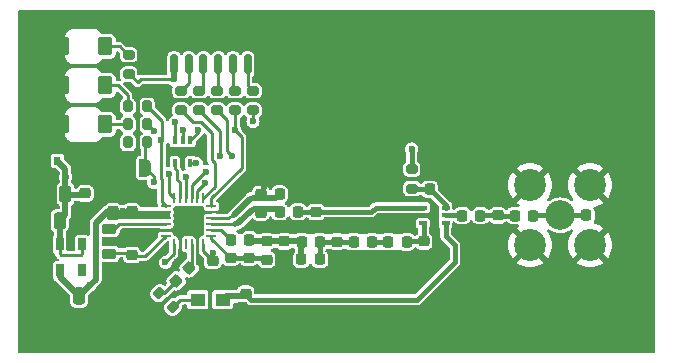
<source format=gbr>
%TF.GenerationSoftware,KiCad,Pcbnew,8.0.4+1*%
%TF.CreationDate,2024-10-17T12:28:57+00:00*%
%TF.ProjectId,TFLORA01,54464c4f-5241-4303-912e-6b696361645f,rev?*%
%TF.SameCoordinates,Original*%
%TF.FileFunction,Copper,L2,Bot*%
%TF.FilePolarity,Positive*%
%FSLAX46Y46*%
G04 Gerber Fmt 4.6, Leading zero omitted, Abs format (unit mm)*
G04 Created by KiCad (PCBNEW 8.0.4+1) date 2024-10-17 12:28:57*
%MOMM*%
%LPD*%
G01*
G04 APERTURE LIST*
G04 Aperture macros list*
%AMRoundRect*
0 Rectangle with rounded corners*
0 $1 Rounding radius*
0 $2 $3 $4 $5 $6 $7 $8 $9 X,Y pos of 4 corners*
0 Add a 4 corners polygon primitive as box body*
4,1,4,$2,$3,$4,$5,$6,$7,$8,$9,$2,$3,0*
0 Add four circle primitives for the rounded corners*
1,1,$1+$1,$2,$3*
1,1,$1+$1,$4,$5*
1,1,$1+$1,$6,$7*
1,1,$1+$1,$8,$9*
0 Add four rect primitives between the rounded corners*
20,1,$1+$1,$2,$3,$4,$5,0*
20,1,$1+$1,$4,$5,$6,$7,0*
20,1,$1+$1,$6,$7,$8,$9,0*
20,1,$1+$1,$8,$9,$2,$3,0*%
%AMFreePoly0*
4,1,19,0.500000,-0.750000,0.000000,-0.750000,0.000000,-0.744911,-0.071157,-0.744911,-0.207708,-0.704816,-0.327430,-0.627875,-0.420627,-0.520320,-0.479746,-0.390866,-0.500000,-0.250000,-0.500000,0.250000,-0.479746,0.390866,-0.420627,0.520320,-0.327430,0.627875,-0.207708,0.704816,-0.071157,0.744911,0.000000,0.744911,0.000000,0.750000,0.500000,0.750000,0.500000,-0.750000,0.500000,-0.750000,
$1*%
%AMFreePoly1*
4,1,19,0.000000,0.744911,0.071157,0.744911,0.207708,0.704816,0.327430,0.627875,0.420627,0.520320,0.479746,0.390866,0.500000,0.250000,0.500000,-0.250000,0.479746,-0.390866,0.420627,-0.520320,0.327430,-0.627875,0.207708,-0.704816,0.071157,-0.744911,0.000000,-0.744911,0.000000,-0.750000,-0.500000,-0.750000,-0.500000,0.750000,0.000000,0.750000,0.000000,0.744911,0.000000,0.744911,
$1*%
G04 Aperture macros list end*
%TA.AperFunction,SMDPad,CuDef*%
%ADD10RoundRect,0.225000X0.250000X-0.225000X0.250000X0.225000X-0.250000X0.225000X-0.250000X-0.225000X0*%
%TD*%
%TA.AperFunction,SMDPad,CuDef*%
%ADD11RoundRect,0.225000X-0.225000X-0.250000X0.225000X-0.250000X0.225000X0.250000X-0.225000X0.250000X0*%
%TD*%
%TA.AperFunction,SMDPad,CuDef*%
%ADD12RoundRect,0.225000X0.225000X0.250000X-0.225000X0.250000X-0.225000X-0.250000X0.225000X-0.250000X0*%
%TD*%
%TA.AperFunction,SMDPad,CuDef*%
%ADD13RoundRect,0.225000X0.017678X-0.335876X0.335876X-0.017678X-0.017678X0.335876X-0.335876X0.017678X0*%
%TD*%
%TA.AperFunction,SMDPad,CuDef*%
%ADD14RoundRect,0.062500X0.062500X-0.350000X0.062500X0.350000X-0.062500X0.350000X-0.062500X-0.350000X0*%
%TD*%
%TA.AperFunction,SMDPad,CuDef*%
%ADD15RoundRect,0.062500X0.350000X-0.062500X0.350000X0.062500X-0.350000X0.062500X-0.350000X-0.062500X0*%
%TD*%
%TA.AperFunction,ComponentPad*%
%ADD16C,0.500000*%
%TD*%
%TA.AperFunction,SMDPad,CuDef*%
%ADD17RoundRect,0.250000X1.050000X-1.050000X1.050000X1.050000X-1.050000X1.050000X-1.050000X-1.050000X0*%
%TD*%
%TA.AperFunction,SMDPad,CuDef*%
%ADD18RoundRect,0.200000X-0.200000X-0.275000X0.200000X-0.275000X0.200000X0.275000X-0.200000X0.275000X0*%
%TD*%
%TA.AperFunction,SMDPad,CuDef*%
%ADD19RoundRect,0.218750X-0.256250X0.218750X-0.256250X-0.218750X0.256250X-0.218750X0.256250X0.218750X0*%
%TD*%
%TA.AperFunction,SMDPad,CuDef*%
%ADD20RoundRect,0.218750X-0.218750X-0.256250X0.218750X-0.256250X0.218750X0.256250X-0.218750X0.256250X0*%
%TD*%
%TA.AperFunction,SMDPad,CuDef*%
%ADD21RoundRect,0.218750X0.381250X-0.218750X0.381250X0.218750X-0.381250X0.218750X-0.381250X-0.218750X0*%
%TD*%
%TA.AperFunction,SMDPad,CuDef*%
%ADD22RoundRect,0.218750X0.256250X-0.218750X0.256250X0.218750X-0.256250X0.218750X-0.256250X-0.218750X0*%
%TD*%
%TA.AperFunction,SMDPad,CuDef*%
%ADD23RoundRect,0.225000X-0.250000X0.225000X-0.250000X-0.225000X0.250000X-0.225000X0.250000X0.225000X0*%
%TD*%
%TA.AperFunction,SMDPad,CuDef*%
%ADD24R,0.650000X1.060000*%
%TD*%
%TA.AperFunction,SMDPad,CuDef*%
%ADD25RoundRect,0.250000X0.250000X0.475000X-0.250000X0.475000X-0.250000X-0.475000X0.250000X-0.475000X0*%
%TD*%
%TA.AperFunction,SMDPad,CuDef*%
%ADD26RoundRect,0.250000X-0.250000X-0.475000X0.250000X-0.475000X0.250000X0.475000X-0.250000X0.475000X0*%
%TD*%
%TA.AperFunction,ComponentPad*%
%ADD27C,2.500000*%
%TD*%
%TA.AperFunction,ComponentPad*%
%ADD28C,2.700000*%
%TD*%
%TA.AperFunction,SMDPad,CuDef*%
%ADD29RoundRect,0.166667X-0.458333X-0.583333X0.458333X-0.583333X0.458333X0.583333X-0.458333X0.583333X0*%
%TD*%
%TA.AperFunction,SMDPad,CuDef*%
%ADD30RoundRect,0.166667X0.458333X0.583333X-0.458333X0.583333X-0.458333X-0.583333X0.458333X-0.583333X0*%
%TD*%
%TA.AperFunction,SMDPad,CuDef*%
%ADD31RoundRect,0.200000X-0.275000X0.200000X-0.275000X-0.200000X0.275000X-0.200000X0.275000X0.200000X0*%
%TD*%
%TA.AperFunction,SMDPad,CuDef*%
%ADD32R,0.650000X0.400000*%
%TD*%
%TA.AperFunction,SMDPad,CuDef*%
%ADD33R,0.600000X0.700000*%
%TD*%
%TA.AperFunction,SMDPad,CuDef*%
%ADD34RoundRect,0.200000X0.335876X0.053033X0.053033X0.335876X-0.335876X-0.053033X-0.053033X-0.335876X0*%
%TD*%
%TA.AperFunction,SMDPad,CuDef*%
%ADD35R,0.400000X0.650000*%
%TD*%
%TA.AperFunction,SMDPad,CuDef*%
%ADD36FreePoly0,180.000000*%
%TD*%
%TA.AperFunction,SMDPad,CuDef*%
%ADD37FreePoly1,180.000000*%
%TD*%
%TA.AperFunction,SMDPad,CuDef*%
%ADD38R,1.300000X1.100000*%
%TD*%
%TA.AperFunction,SMDPad,CuDef*%
%ADD39RoundRect,0.200000X0.275000X-0.200000X0.275000X0.200000X-0.275000X0.200000X-0.275000X-0.200000X0*%
%TD*%
%TA.AperFunction,SMDPad,CuDef*%
%ADD40RoundRect,0.150000X-0.150000X-0.700000X0.150000X-0.700000X0.150000X0.700000X-0.150000X0.700000X0*%
%TD*%
%TA.AperFunction,SMDPad,CuDef*%
%ADD41RoundRect,0.250000X-0.250000X-1.100000X0.250000X-1.100000X0.250000X1.100000X-0.250000X1.100000X0*%
%TD*%
%TA.AperFunction,ViaPad*%
%ADD42C,0.600000*%
%TD*%
%TA.AperFunction,Conductor*%
%ADD43C,0.250000*%
%TD*%
%TA.AperFunction,Conductor*%
%ADD44C,0.500000*%
%TD*%
%TA.AperFunction,Conductor*%
%ADD45C,0.150000*%
%TD*%
%TA.AperFunction,Conductor*%
%ADD46C,0.400000*%
%TD*%
G04 APERTURE END LIST*
D10*
%TO.P,C17,1*%
%TO.N,GND*%
X176034400Y-118720200D03*
%TO.P,C17,2*%
%TO.N,Net-(C16-Pad1)*%
X176034400Y-117170200D03*
%TD*%
D11*
%TO.P,C22,1*%
%TO.N,Net-(U4-CTRL)*%
X170268600Y-114960400D03*
%TO.P,C22,2*%
%TO.N,GND*%
X171818600Y-114960400D03*
%TD*%
D10*
%TO.P,C20,1*%
%TO.N,Net-(U4-RF2)*%
X160655000Y-116878400D03*
%TO.P,C20,2*%
%TO.N,GND*%
X160655000Y-115328400D03*
%TD*%
D12*
%TO.P,C18,1*%
%TO.N,GND*%
X185089800Y-117157800D03*
%TO.P,C18,2*%
%TO.N,Net-(C18-Pad2)*%
X183539800Y-117157800D03*
%TD*%
D10*
%TO.P,C23,1*%
%TO.N,Net-(U3-VREG)*%
X145058000Y-120521000D03*
%TO.P,C23,2*%
%TO.N,GND*%
X145058000Y-118971000D03*
%TD*%
%TO.P,C5,1*%
%TO.N,+3V3*%
X143458000Y-116821000D03*
%TO.P,C5,2*%
%TO.N,GND*%
X143458000Y-115271000D03*
%TD*%
D13*
%TO.P,C11,1*%
%TO.N,Net-(C11-Pad1)*%
X148803992Y-122722008D03*
%TO.P,C11,2*%
%TO.N,Net-(U3-XTA)*%
X149900008Y-121625992D03*
%TD*%
D12*
%TO.P,C19,1*%
%TO.N,Net-(U4-RF2)*%
X159118600Y-116865400D03*
%TO.P,C19,2*%
%TO.N,Net-(U3-RFI_N)*%
X157568600Y-116865400D03*
%TD*%
D10*
%TO.P,C6,1*%
%TO.N,+3V3*%
X145058000Y-116821000D03*
%TO.P,C6,2*%
%TO.N,GND*%
X145058000Y-115271000D03*
%TD*%
D11*
%TO.P,C21,1*%
%TO.N,Net-(U3-RFI_P)*%
X157568600Y-115366800D03*
%TO.P,C21,2*%
%TO.N,GND*%
X159118600Y-115366800D03*
%TD*%
D14*
%TO.P,U3,1,VDD_IN*%
%TO.N,+3V3*%
X151108000Y-119583500D03*
%TO.P,U3,2,GND*%
%TO.N,GND*%
X150608000Y-119583500D03*
%TO.P,U3,3,XTA*%
%TO.N,Net-(U3-XTA)*%
X150108000Y-119583500D03*
%TO.P,U3,4,XTB*%
%TO.N,unconnected-(U3-XTB-Pad4)*%
X149608000Y-119583500D03*
%TO.P,U3,5,GND*%
%TO.N,GND*%
X149108000Y-119583500D03*
%TO.P,U3,6,DIO3*%
%TO.N,/DIO3*%
X148608000Y-119583500D03*
D15*
%TO.P,U3,7,VREG*%
%TO.N,Net-(U3-VREG)*%
X147920500Y-118896000D03*
%TO.P,U3,8,GND*%
%TO.N,GND*%
X147920500Y-118396000D03*
%TO.P,U3,9,DCC_SW*%
%TO.N,Net-(U3-DCC_SW)*%
X147920500Y-117896000D03*
%TO.P,U3,10,VBAT*%
%TO.N,+3V3*%
X147920500Y-117396000D03*
%TO.P,U3,11,VBAT_IO*%
X147920500Y-116896000D03*
%TO.P,U3,12,DIO2*%
%TO.N,/DIO2*%
X147920500Y-116396000D03*
D14*
%TO.P,U3,13,DIO1*%
%TO.N,/DIO1*%
X148608000Y-115708500D03*
%TO.P,U3,14,BUSY*%
%TO.N,/BUSY*%
X149108000Y-115708500D03*
%TO.P,U3,15,RESET*%
%TO.N,/#RESET*%
X149608000Y-115708500D03*
%TO.P,U3,16,MISO*%
%TO.N,/MISO*%
X150108000Y-115708500D03*
%TO.P,U3,17,MOSI*%
%TO.N,/MOSI*%
X150608000Y-115708500D03*
%TO.P,U3,18,SCK*%
%TO.N,/SCK*%
X151108000Y-115708500D03*
D15*
%TO.P,U3,19,~{CS}*%
%TO.N,/#CS*%
X151795500Y-116396000D03*
%TO.P,U3,20,GND*%
%TO.N,GND*%
X151795500Y-116896000D03*
%TO.P,U3,21,RFI_P*%
%TO.N,Net-(U3-RFI_P)*%
X151795500Y-117396000D03*
%TO.P,U3,22,RFI_N*%
%TO.N,Net-(U3-RFI_N)*%
X151795500Y-117896000D03*
%TO.P,U3,23,RFO*%
%TO.N,Net-(U3-RFO)*%
X151795500Y-118396000D03*
%TO.P,U3,24,VR_PA*%
%TO.N,Net-(U3-VR_PA)*%
X151795500Y-118896000D03*
D16*
%TO.P,U3,25,GND*%
%TO.N,GND*%
X148808000Y-118696000D03*
X149858000Y-118696000D03*
X150908000Y-118696000D03*
X148808000Y-117646000D03*
X149858000Y-117646000D03*
D17*
X149858000Y-117646000D03*
D16*
X150908000Y-117646000D03*
X148808000Y-116596000D03*
X149858000Y-116596000D03*
X150908000Y-116596000D03*
%TD*%
D18*
%TO.P,R7,1*%
%TO.N,+3V3*%
X144717000Y-110998000D03*
%TO.P,R7,2*%
%TO.N,/#RESET*%
X146367000Y-110998000D03*
%TD*%
D19*
%TO.P,L6,1,1*%
%TO.N,Net-(U3-RFI_P)*%
X155970000Y-115358500D03*
%TO.P,L6,2,2*%
%TO.N,Net-(U3-RFI_N)*%
X155970000Y-116933500D03*
%TD*%
D20*
%TO.P,L5,1,1*%
%TO.N,Net-(C16-Pad1)*%
X177482100Y-117183200D03*
%TO.P,L5,2,2*%
%TO.N,Net-(C18-Pad2)*%
X179057100Y-117183200D03*
%TD*%
D21*
%TO.P,L7,1*%
%TO.N,Net-(U3-VREG)*%
X143158000Y-120442500D03*
%TO.P,L7,2*%
%TO.N,Net-(U3-DCC_SW)*%
X143158000Y-118317500D03*
%TD*%
D22*
%TO.P,L1,1,1*%
%TO.N,Net-(U3-VR_PA)*%
X156464000Y-120929500D03*
%TO.P,L1,2,2*%
%TO.N,Net-(C10-Pad2)*%
X156464000Y-119354500D03*
%TD*%
D20*
%TO.P,L4,1,1*%
%TO.N,Net-(C12-Pad1)*%
X166776299Y-119405400D03*
%TO.P,L4,2,2*%
%TO.N,Net-(U4-RF1)*%
X168351301Y-119405400D03*
%TD*%
%TO.P,L3,1,1*%
%TO.N,Net-(C10-Pad2)*%
X159410300Y-120904000D03*
%TO.P,L3,2,2*%
%TO.N,Net-(C10-Pad1)*%
X160985300Y-120904000D03*
%TD*%
D12*
%TO.P,C10,1*%
%TO.N,Net-(C10-Pad1)*%
X160972800Y-119405400D03*
%TO.P,C10,2*%
%TO.N,Net-(C10-Pad2)*%
X159422800Y-119405400D03*
%TD*%
D23*
%TO.P,C15,1*%
%TO.N,Net-(U4-RF1)*%
X169773600Y-119367000D03*
%TO.P,C15,2*%
%TO.N,GND*%
X169773600Y-120917000D03*
%TD*%
D12*
%TO.P,C16,1*%
%TO.N,Net-(C16-Pad1)*%
X174574200Y-117183200D03*
%TO.P,C16,2*%
%TO.N,Net-(U4-RFC)*%
X173024200Y-117183200D03*
%TD*%
D23*
%TO.P,C14,1*%
%TO.N,Net-(C10-Pad1)*%
X162407600Y-119392400D03*
%TO.P,C14,2*%
%TO.N,GND*%
X162407600Y-120942400D03*
%TD*%
%TO.P,C13,1*%
%TO.N,Net-(C10-Pad2)*%
X157962600Y-119367000D03*
%TO.P,C13,2*%
%TO.N,GND*%
X157962600Y-120917000D03*
%TD*%
D12*
%TO.P,C12,1*%
%TO.N,Net-(C12-Pad1)*%
X165392400Y-119405400D03*
%TO.P,C12,2*%
%TO.N,Net-(C10-Pad1)*%
X163842400Y-119405400D03*
%TD*%
D23*
%TO.P,C8,1*%
%TO.N,Net-(U3-VR_PA)*%
X153416000Y-120764000D03*
%TO.P,C8,2*%
%TO.N,GND*%
X153416000Y-122314000D03*
%TD*%
%TO.P,C7,1*%
%TO.N,Net-(U3-VR_PA)*%
X154940000Y-120764000D03*
%TO.P,C7,2*%
%TO.N,GND*%
X154940000Y-122314000D03*
%TD*%
D20*
%TO.P,L2,1,1*%
%TO.N,Net-(U3-RFO)*%
X153441300Y-119253000D03*
%TO.P,L2,2,2*%
%TO.N,Net-(C10-Pad2)*%
X155016300Y-119253000D03*
%TD*%
D10*
%TO.P,C4,1*%
%TO.N,+5V*%
X141088000Y-115309000D03*
%TO.P,C4,2*%
%TO.N,GND*%
X141088000Y-113759000D03*
%TD*%
D24*
%TO.P,U1,1,VIN*%
%TO.N,+5V*%
X138938000Y-119634000D03*
%TO.P,U1,2,GND*%
%TO.N,GND*%
X139888000Y-119634001D03*
%TO.P,U1,3,EN*%
%TO.N,+5V*%
X140838000Y-119634000D03*
%TO.P,U1,4,NC*%
%TO.N,unconnected-(U1-NC-Pad4)*%
X140838000Y-121834000D03*
%TO.P,U1,5,VOUT*%
%TO.N,+3V3*%
X138938000Y-121834000D03*
%TD*%
D25*
%TO.P,C2,1*%
%TO.N,+3V3*%
X140577499Y-124020000D03*
%TO.P,C2,2*%
%TO.N,GND*%
X138677501Y-124020000D03*
%TD*%
D26*
%TO.P,C1,1*%
%TO.N,+5V*%
X138938001Y-117634000D03*
%TO.P,C1,2*%
%TO.N,GND*%
X140837999Y-117634000D03*
%TD*%
D25*
%TO.P,C3,1*%
%TO.N,+5V*%
X139434499Y-115384000D03*
%TO.P,C3,2*%
%TO.N,GND*%
X137534501Y-115384000D03*
%TD*%
D23*
%TO.P,C24,1*%
%TO.N,+3V3*%
X151892000Y-121018000D03*
%TO.P,C24,2*%
%TO.N,GND*%
X151892000Y-122568000D03*
%TD*%
D27*
%TO.P,J2,1*%
%TO.N,Net-(C18-Pad2)*%
X181317600Y-117157800D03*
D28*
%TO.P,J2,2*%
%TO.N,GND*%
X183857600Y-119697800D03*
X183857600Y-114617800D03*
X178777600Y-119697800D03*
X178777600Y-114617800D03*
%TD*%
D29*
%TO.P,D2,1,K*%
%TO.N,GND*%
X139170000Y-102870000D03*
D30*
%TO.P,D2,2,A*%
%TO.N,Net-(D2-A)*%
X142770000Y-102870000D03*
%TD*%
D31*
%TO.P,R3,1*%
%TO.N,Net-(J1-Pad3)*%
X150749000Y-106617000D03*
%TO.P,R3,2*%
%TO.N,/MISO*%
X150749000Y-108267000D03*
%TD*%
%TO.P,R5,1*%
%TO.N,Net-(J1-Pad5)*%
X153797000Y-106617000D03*
%TO.P,R5,2*%
%TO.N,/#CS*%
X153797000Y-108267000D03*
%TD*%
D29*
%TO.P,D3,1,K*%
%TO.N,GND*%
X139170000Y-106172000D03*
D30*
%TO.P,D3,2,A*%
%TO.N,Net-(D3-A)*%
X142770000Y-106172000D03*
%TD*%
D32*
%TO.P,U4,1,RF1*%
%TO.N,Net-(U4-RF1)*%
X169712600Y-117820200D03*
%TO.P,U4,2,GND*%
%TO.N,GND*%
X169712601Y-117170200D03*
%TO.P,U4,3,RF2*%
%TO.N,Net-(U4-RF2)*%
X169712600Y-116520200D03*
%TO.P,U4,4,CTRL*%
%TO.N,Net-(U4-CTRL)*%
X171612600Y-116520200D03*
%TO.P,U4,5,RFC*%
%TO.N,Net-(U4-RFC)*%
X171612599Y-117170200D03*
%TO.P,U4,6,#CTRL*%
%TO.N,+3V3*%
X171612600Y-117820200D03*
%TD*%
D31*
%TO.P,R1,1*%
%TO.N,Net-(J1-Pad2)*%
X149225000Y-106617000D03*
%TO.P,R1,2*%
%TO.N,/SCK*%
X149225000Y-108267000D03*
%TD*%
D33*
%TO.P,D1,1,K*%
%TO.N,+5V*%
X138740000Y-112539200D03*
%TO.P,D1,2,A*%
%TO.N,GND*%
X137340000Y-112539200D03*
%TD*%
D31*
%TO.P,R6,1*%
%TO.N,Net-(J1-Pad6)*%
X155321000Y-106617000D03*
%TO.P,R6,2*%
%TO.N,Net-(U2-Y)*%
X155321000Y-108267000D03*
%TD*%
D34*
%TO.P,R8,1*%
%TO.N,Net-(U5-OUT)*%
X148538363Y-124916363D03*
%TO.P,R8,2*%
%TO.N,Net-(C11-Pad1)*%
X147371637Y-123749637D03*
%TD*%
D35*
%TO.P,U2,1,I1*%
%TO.N,/DIO1*%
X150002000Y-112710000D03*
%TO.P,U2,2,GND*%
%TO.N,GND*%
X149352000Y-112709999D03*
%TO.P,U2,3,I0*%
%TO.N,/BUSY*%
X148702000Y-112710000D03*
%TO.P,U2,4,Y*%
%TO.N,Net-(U2-Y)*%
X148702000Y-110810000D03*
%TO.P,U2,5,Vcc*%
%TO.N,+3V3*%
X149352000Y-110810001D03*
%TO.P,U2,6,S*%
%TO.N,/#CS*%
X150002000Y-110810000D03*
%TD*%
D36*
%TO.P,JP1,1,A*%
%TO.N,/#RESET*%
X146192000Y-113157000D03*
D37*
%TO.P,JP1,2,B*%
%TO.N,GND*%
X144892000Y-113157000D03*
%TD*%
D38*
%TO.P,U5,1,GND*%
%TO.N,GND*%
X152738800Y-125970800D03*
%TO.P,U5,2,GND*%
X150638800Y-125970800D03*
%TO.P,U5,3,OUT*%
%TO.N,Net-(U5-OUT)*%
X150638800Y-124320800D03*
%TO.P,U5,4,VDD*%
%TO.N,+3V3*%
X152738800Y-124320800D03*
%TD*%
D39*
%TO.P,R9,1*%
%TO.N,Net-(U4-CTRL)*%
X168757600Y-114896400D03*
%TO.P,R9,2*%
%TO.N,/DIO2*%
X168757600Y-113246400D03*
%TD*%
D23*
%TO.P,C9,1*%
%TO.N,+3V3*%
X154686000Y-123812000D03*
%TO.P,C9,2*%
%TO.N,GND*%
X154686000Y-125362000D03*
%TD*%
D31*
%TO.P,R4,1*%
%TO.N,Net-(J1-Pad4)*%
X152273000Y-106617000D03*
%TO.P,R4,2*%
%TO.N,/MOSI*%
X152273000Y-108267000D03*
%TD*%
D29*
%TO.P,D4,1,K*%
%TO.N,GND*%
X139170000Y-109474000D03*
D30*
%TO.P,D4,2,A*%
%TO.N,Net-(D4-A)*%
X142770000Y-109474000D03*
%TD*%
D18*
%TO.P,R11,1*%
%TO.N,Net-(D4-A)*%
X144717000Y-109474000D03*
%TO.P,R11,2*%
%TO.N,/DIO3*%
X146367000Y-109474000D03*
%TD*%
%TO.P,R10,1*%
%TO.N,Net-(D3-A)*%
X144717000Y-107950000D03*
%TO.P,R10,2*%
%TO.N,/DIO2*%
X146367000Y-107950000D03*
%TD*%
D39*
%TO.P,R2,1*%
%TO.N,+5V*%
X144780000Y-105219000D03*
%TO.P,R2,2*%
%TO.N,Net-(D2-A)*%
X144780000Y-103569000D03*
%TD*%
D40*
%TO.P,J1,1*%
%TO.N,+5V*%
X148619200Y-104394000D03*
%TO.P,J1,2*%
%TO.N,Net-(J1-Pad2)*%
X149869201Y-104394000D03*
%TO.P,J1,3*%
%TO.N,Net-(J1-Pad3)*%
X151119200Y-104394000D03*
%TO.P,J1,4*%
%TO.N,Net-(J1-Pad4)*%
X152369200Y-104394001D03*
%TO.P,J1,5*%
%TO.N,Net-(J1-Pad5)*%
X153619200Y-104394000D03*
%TO.P,J1,6*%
%TO.N,Net-(J1-Pad6)*%
X154869199Y-104394000D03*
%TO.P,J1,7*%
%TO.N,GND*%
X156119200Y-104394000D03*
D41*
%TO.P,J1,MP*%
X146769200Y-101194000D03*
X157969200Y-101194000D03*
%TD*%
D42*
%TO.N,GND*%
X144042000Y-114330762D03*
X143458000Y-114046000D03*
X158496000Y-112776000D03*
X160696000Y-114076000D03*
X163830000Y-113665000D03*
X163038000Y-107628000D03*
X163830000Y-100330000D03*
X161798000Y-113919000D03*
X174726600Y-102590600D03*
X145161000Y-122301000D03*
X172567600Y-102590600D03*
X156815000Y-107628000D03*
X171551600Y-102590600D03*
X136398000Y-110109000D03*
X155299000Y-112833000D03*
X173841000Y-123129000D03*
X160879000Y-107628000D03*
X168402000Y-122428000D03*
X144042000Y-112233098D03*
X153670000Y-100330000D03*
X169443400Y-126060200D03*
X178555000Y-105000000D03*
X173710600Y-102590600D03*
X172085000Y-128270000D03*
X164211000Y-121666000D03*
X161290000Y-100330000D03*
X175869600Y-102463600D03*
X163195000Y-128270000D03*
X160655000Y-128270000D03*
X171424600Y-105257600D03*
X154940000Y-100330000D03*
X172538155Y-123899107D03*
X172720000Y-100330000D03*
X157480000Y-100330000D03*
X162560000Y-123557600D03*
X177165000Y-124714000D03*
X177774600Y-105892600D03*
X166370000Y-100330000D03*
X150114000Y-122809000D03*
X159766000Y-122809000D03*
X159996000Y-113376000D03*
X171995800Y-123139200D03*
X150858000Y-121146000D03*
X155575000Y-128270000D03*
X159736000Y-107628000D03*
X170815000Y-128270000D03*
X143510000Y-100330000D03*
X144780000Y-100330000D03*
X135890000Y-120650000D03*
X168275000Y-128270000D03*
X158750000Y-100330000D03*
X173126400Y-126060200D03*
X146050000Y-100330000D03*
X176758600Y-102463600D03*
X173165200Y-122711681D03*
X177800000Y-100330000D03*
X175260000Y-100330000D03*
X177285000Y-105000000D03*
X136652000Y-122174000D03*
X158115000Y-128270000D03*
X168427400Y-126060200D03*
X156210000Y-100330000D03*
X183000000Y-105000000D03*
X149860000Y-100330000D03*
X162296971Y-116128400D03*
X167640000Y-100330000D03*
X173990000Y-100330000D03*
X148908011Y-121145981D03*
X148590000Y-100330000D03*
X170180000Y-100330000D03*
X168503600Y-102590600D03*
X135890000Y-119380000D03*
X164465000Y-128270000D03*
X160625000Y-106358000D03*
X135890000Y-116840000D03*
X155194000Y-118110000D03*
X177647600Y-102463600D03*
X178155600Y-103225600D03*
X165735000Y-128270000D03*
X171450000Y-100330000D03*
X170840400Y-126060200D03*
X154305000Y-128270000D03*
X153035000Y-115570000D03*
X174269400Y-127203200D03*
X161925000Y-128270000D03*
X156845000Y-113284000D03*
X151130000Y-122682000D03*
X168910000Y-100330000D03*
X177165000Y-128270000D03*
X173355000Y-128270000D03*
X159736000Y-105977000D03*
X165100000Y-100330000D03*
X147320000Y-121920000D03*
X146058000Y-118946000D03*
X162560000Y-100330000D03*
X161036000Y-122809000D03*
X171983400Y-126060200D03*
X166497000Y-121158000D03*
X160020000Y-100330000D03*
X157480000Y-122809000D03*
X151130000Y-100330000D03*
X164211000Y-122809000D03*
X169545000Y-122428000D03*
X156768800Y-118160800D03*
X174980600Y-105257600D03*
X159396000Y-114076000D03*
X161036000Y-123557600D03*
X158216600Y-118186200D03*
X162022000Y-107628000D03*
X156224000Y-114808000D03*
X173964600Y-105257600D03*
X175895000Y-128270000D03*
X169545000Y-128270000D03*
X165227000Y-121158000D03*
X162433000Y-105918000D03*
X151130000Y-111760000D03*
X176022000Y-123952001D03*
X136271000Y-107315000D03*
X152400000Y-100330000D03*
X136652000Y-124460000D03*
X167005000Y-128270000D03*
X174396400Y-126060200D03*
X176530000Y-100330000D03*
X159385000Y-128270000D03*
X164181000Y-107628000D03*
X181730000Y-105000000D03*
X164338000Y-123557600D03*
X158085000Y-107628000D03*
X147320000Y-100330000D03*
X169646600Y-102590600D03*
X178663600Y-106019600D03*
X135890000Y-118110000D03*
X136271000Y-102006400D03*
X163830000Y-111633000D03*
X143637000Y-121920000D03*
X158623000Y-122809000D03*
X169773600Y-104876600D03*
X155299000Y-113849000D03*
X156845000Y-128270000D03*
X167132000Y-122428000D03*
X180000000Y-104000000D03*
X177165000Y-126111000D03*
X146050000Y-121920000D03*
X170233869Y-122227869D03*
X163830000Y-112649000D03*
X174625000Y-128270000D03*
X142196573Y-112577701D03*
%TO.N,+5V*%
X139446000Y-113919000D03*
X148590000Y-105664000D03*
%TO.N,+3V3*%
X141518949Y-123078549D03*
X149352000Y-109956600D03*
X144297400Y-116821000D03*
X144717000Y-110998000D03*
X151942800Y-120319800D03*
X153873200Y-124016000D03*
%TO.N,/MISO*%
X151332951Y-113486887D03*
X152480000Y-112181000D03*
%TO.N,/MOSI*%
X151229492Y-114458699D03*
X153543006Y-112181000D03*
%TO.N,/#CS*%
X153797000Y-109981994D03*
X150622000Y-109982000D03*
%TO.N,/#RESET*%
X146902800Y-114386705D03*
X149632221Y-113905385D03*
%TO.N,/DIO1*%
X148202000Y-113654896D03*
X150504847Y-112756924D03*
%TO.N,/DIO2*%
X147527000Y-110794800D03*
X168757600Y-111556800D03*
%TO.N,/DIO3*%
X146939001Y-110069754D03*
X147901519Y-121146000D03*
%TO.N,Net-(U2-Y)*%
X155321000Y-109220004D03*
X148742400Y-109245400D03*
%TD*%
D43*
%TO.N,GND*%
X150608000Y-119583500D02*
X150608000Y-118996000D01*
X149108000Y-118996000D02*
X148808000Y-118696000D01*
X147920500Y-118396000D02*
X148508000Y-118396000D01*
X148508000Y-118396000D02*
X148808000Y-118696000D01*
X149108000Y-119583500D02*
X149108000Y-118996000D01*
X151208000Y-116896000D02*
X150908000Y-116596000D01*
X150608000Y-118996000D02*
X150908000Y-118696000D01*
X151795500Y-116896000D02*
X151208000Y-116896000D01*
D44*
X139888000Y-118586500D02*
X140840500Y-117634000D01*
X139887999Y-119634000D02*
X139888000Y-118586500D01*
D43*
X144195800Y-114308800D02*
X144063962Y-114308800D01*
X144063962Y-114308800D02*
X144042000Y-114330762D01*
X146357999Y-118646001D02*
X146058000Y-118946000D01*
X145058000Y-118871000D02*
X145983000Y-118871000D01*
D45*
X154395832Y-115570000D02*
X153035000Y-115570000D01*
D43*
X144018000Y-122301000D02*
X143637000Y-121920000D01*
X145161000Y-122301000D02*
X144018000Y-122301000D01*
X145983000Y-118871000D02*
X146058000Y-118946000D01*
X149108000Y-120945992D02*
X148908011Y-121145981D01*
X146608000Y-118396000D02*
X146357999Y-118646001D01*
X150608000Y-119583500D02*
X150608000Y-120896000D01*
X149108000Y-119583500D02*
X149108000Y-120945992D01*
X147920500Y-118396000D02*
X146608000Y-118396000D01*
X150608000Y-120896000D02*
X150858000Y-121146000D01*
D45*
X155157832Y-114808000D02*
X154395832Y-115570000D01*
D43*
%TO.N,+5V*%
X138938000Y-120414000D02*
X139063001Y-120539001D01*
X140712999Y-120539001D02*
X140838000Y-120414000D01*
D44*
X138938000Y-119634000D02*
X138938000Y-117636500D01*
D43*
X139063001Y-120539001D02*
X140712999Y-120539001D01*
X140838000Y-120414000D02*
X140838000Y-119634000D01*
X138938000Y-119634000D02*
X138938000Y-120414000D01*
X145796000Y-105664000D02*
X148590000Y-105664000D01*
D44*
X139437000Y-117132500D02*
X138935500Y-117634000D01*
D43*
X144843000Y-105219000D02*
X145542000Y-105918000D01*
D44*
X148590000Y-105664000D02*
X148590000Y-104423200D01*
X141088000Y-115409000D02*
X139462000Y-115409000D01*
X139437000Y-113910000D02*
X139446000Y-113919000D01*
X139437000Y-115384000D02*
X139437000Y-113236200D01*
X139437000Y-115384000D02*
X139437000Y-117132500D01*
D43*
X145542000Y-105918000D02*
X145796000Y-105664000D01*
D44*
X139437000Y-113236200D02*
X139437000Y-113910000D01*
X139437000Y-113236200D02*
X138740000Y-112539200D01*
%TO.N,+3V3*%
X138938000Y-121834000D02*
X138938000Y-122380501D01*
D46*
X171612600Y-118882200D02*
X172415200Y-119684800D01*
D44*
X141986000Y-117856000D02*
X143021000Y-116821000D01*
X153043600Y-124016000D02*
X154482000Y-124016000D01*
D43*
X151892000Y-121018000D02*
X151892000Y-121005600D01*
D46*
X172415200Y-119684800D02*
X172415200Y-121107200D01*
X172415200Y-121107200D02*
X169214800Y-124307600D01*
D44*
X141518949Y-123078549D02*
X141986000Y-122611499D01*
X152738800Y-124320800D02*
X153043600Y-124016000D01*
D43*
X149352000Y-110810001D02*
X149352000Y-109956600D01*
D44*
X141986000Y-122611499D02*
X141986000Y-117856000D01*
X143021000Y-116821000D02*
X143458000Y-116821000D01*
X140577499Y-124020000D02*
X141518949Y-123078549D01*
D46*
X169214800Y-124307600D02*
X155181600Y-124307600D01*
X155181600Y-124307600D02*
X154686000Y-123812000D01*
D43*
X151108000Y-120221600D02*
X151108000Y-119583500D01*
X151892000Y-121018000D02*
X151892000Y-120370600D01*
X151892000Y-121005600D02*
X151108000Y-120221600D01*
X144297400Y-116821000D02*
X143458000Y-116821000D01*
X145058000Y-116821000D02*
X144297400Y-116821000D01*
X151892000Y-120370600D02*
X151942800Y-120319800D01*
D46*
X171612600Y-117820200D02*
X171612600Y-118882200D01*
D44*
X138938000Y-122380501D02*
X140577499Y-124020000D01*
D43*
%TO.N,Net-(C11-Pad1)*%
X147371637Y-123749637D02*
X147776363Y-123749637D01*
X147776363Y-123749637D02*
X148803992Y-122722008D01*
%TO.N,Net-(U3-VR_PA)*%
X151795500Y-118896000D02*
X151795500Y-119054900D01*
X152984200Y-120332200D02*
X153416000Y-120764000D01*
X153416000Y-120764000D02*
X151795500Y-119143500D01*
D46*
X154940000Y-120764000D02*
X153416000Y-120764000D01*
X154940000Y-120764000D02*
X156298500Y-120764000D01*
D43*
X151795500Y-119143500D02*
X151795500Y-118896000D01*
D46*
X156298500Y-120764000D02*
X156464000Y-120929500D01*
%TO.N,Net-(C10-Pad1)*%
X163829400Y-119392400D02*
X163842400Y-119405400D01*
X160985300Y-120904000D02*
X160985300Y-119417900D01*
X162407600Y-119392400D02*
X163829400Y-119392400D01*
X160972800Y-119405400D02*
X162394600Y-119405400D01*
X162394600Y-119405400D02*
X162407600Y-119392400D01*
X160985300Y-119417900D02*
X160972800Y-119405400D01*
D44*
%TO.N,Net-(C10-Pad2)*%
X159410400Y-120828600D02*
X159383000Y-120856000D01*
X159383000Y-119546000D02*
X159410400Y-119573400D01*
X155043000Y-119346000D02*
X156243000Y-119346000D01*
X159148000Y-119361000D02*
X159358000Y-119571000D01*
X156258000Y-119361000D02*
X159148000Y-119361000D01*
X159410400Y-119573400D02*
X159410400Y-120828600D01*
D43*
%TO.N,Net-(U3-XTA)*%
X150108000Y-121418000D02*
X150108000Y-119583500D01*
D46*
%TO.N,Net-(C12-Pad1)*%
X166776299Y-119405400D02*
X165392400Y-119405400D01*
%TO.N,Net-(U4-RF1)*%
X169773600Y-119367000D02*
X168389701Y-119367000D01*
X169773600Y-117881200D02*
X169773600Y-119367000D01*
X168389701Y-119367000D02*
X168351301Y-119405400D01*
X169712600Y-117820200D02*
X169773600Y-117881200D01*
D43*
%TO.N,/SCK*%
X152089169Y-112744764D02*
X151805000Y-112460595D01*
X152089169Y-114727331D02*
X152089169Y-112744764D01*
X151805000Y-110210405D02*
X150901595Y-109307000D01*
X151805000Y-112460595D02*
X151805000Y-110210405D01*
X150265000Y-109307000D02*
X149225000Y-108267000D01*
X150901595Y-109307000D02*
X150265000Y-109307000D01*
X151108000Y-115708500D02*
X152089169Y-114727331D01*
%TO.N,/MISO*%
X150108000Y-114625595D02*
X151246708Y-113486887D01*
X150108000Y-115708500D02*
X150108000Y-114625595D01*
X151246708Y-113486887D02*
X151332951Y-113486887D01*
X150749000Y-108267000D02*
X152480000Y-109998000D01*
X152480000Y-109998000D02*
X152480000Y-112181000D01*
%TO.N,/MOSI*%
X153122000Y-111759994D02*
X153543006Y-112181000D01*
X153122000Y-109116000D02*
X153122000Y-111759994D01*
X152273000Y-108267000D02*
X153122000Y-109116000D01*
X150608000Y-115708500D02*
X150608000Y-115080191D01*
X150608000Y-115080191D02*
X151229492Y-114458699D01*
%TO.N,/#CS*%
X154345000Y-113182595D02*
X154345000Y-110529994D01*
X154345000Y-110529994D02*
X153797000Y-109981994D01*
X150002000Y-110810000D02*
X150622000Y-110190000D01*
X151795500Y-116396000D02*
X151795500Y-115732095D01*
X153797000Y-108267000D02*
X153797000Y-109981994D01*
X151795500Y-115732095D02*
X154345000Y-113182595D01*
X150622000Y-110190000D02*
X150622000Y-109982000D01*
%TO.N,/#RESET*%
X149608000Y-113929606D02*
X149632221Y-113905385D01*
X149608000Y-114175000D02*
X149608000Y-114935000D01*
X146192000Y-113157000D02*
X146192000Y-111173000D01*
X146192000Y-113157000D02*
X146902800Y-113867800D01*
X149608000Y-114935000D02*
X149608000Y-115708500D01*
X146902800Y-113867800D02*
X146902800Y-114386705D01*
X149608000Y-114935000D02*
X149608000Y-113929606D01*
X149606000Y-114173000D02*
X149608000Y-114175000D01*
%TO.N,/DIO1*%
X150457923Y-112710000D02*
X150504847Y-112756924D01*
X148608000Y-115708500D02*
X148202000Y-115302500D01*
X148202000Y-115302500D02*
X148202000Y-113654896D01*
X150002000Y-112710000D02*
X150457923Y-112710000D01*
%TO.N,/DIO2*%
X147577800Y-114107110D02*
X147527000Y-114056310D01*
X147920500Y-116396000D02*
X147577800Y-116053300D01*
X147577800Y-116053300D02*
X147577800Y-114107110D01*
X147527000Y-110794800D02*
X147614000Y-110707800D01*
X147614000Y-110707800D02*
X147614000Y-109197000D01*
D46*
X168757600Y-113246400D02*
X168757600Y-111556800D01*
D43*
X147614000Y-109197000D02*
X146367000Y-107950000D01*
X147527000Y-114056310D02*
X147527000Y-110794800D01*
%TO.N,/DIO3*%
X146597247Y-109728000D02*
X146477718Y-109728000D01*
X147901519Y-121146000D02*
X148608000Y-120439519D01*
X148608000Y-119583500D02*
X148608000Y-120439519D01*
X146939001Y-110069754D02*
X146597247Y-109728000D01*
%TO.N,/BUSY*%
X149108000Y-114382106D02*
X148877000Y-114151106D01*
X148877000Y-114151106D02*
X148877000Y-113375301D01*
X148877000Y-113375301D02*
X148702000Y-113200301D01*
X149108000Y-115708500D02*
X149108000Y-114382106D01*
X148702000Y-113200301D02*
X148702000Y-112710000D01*
D46*
%TO.N,Net-(U4-RFC)*%
X173011200Y-117170200D02*
X173024200Y-117183200D01*
X171612599Y-117170200D02*
X173011200Y-117170200D01*
X172998800Y-117271800D02*
X172897200Y-117170200D01*
%TO.N,Net-(C16-Pad1)*%
X176047400Y-117183200D02*
X176034400Y-117170200D01*
X177482100Y-117183200D02*
X176047400Y-117183200D01*
X174561800Y-117258800D02*
X174548800Y-117271800D01*
X176034400Y-117170200D02*
X174587200Y-117170200D01*
%TO.N,Net-(C18-Pad2)*%
X181317600Y-117157800D02*
X179082500Y-117157800D01*
X179082500Y-117157800D02*
X179057100Y-117183200D01*
X183539800Y-117157800D02*
X181317600Y-117157800D01*
D43*
%TO.N,Net-(U5-OUT)*%
X150638800Y-124320800D02*
X149133926Y-124320800D01*
X149133926Y-124320800D02*
X148538363Y-124916363D01*
D44*
%TO.N,Net-(U3-RFI_N)*%
X157512893Y-116923893D02*
X157635000Y-117046000D01*
X154157446Y-117749554D02*
X155129553Y-116777447D01*
D43*
X151795500Y-117896000D02*
X153803893Y-117896000D01*
D44*
X157336151Y-116632951D02*
X157568600Y-116865400D01*
X155417537Y-116632951D02*
X157336151Y-116632951D01*
X155129553Y-116777447D02*
G75*
G02*
X155417535Y-116632937I367247J-372653D01*
G01*
X153803893Y-117896000D02*
G75*
G03*
X154157449Y-117749557I7J500000D01*
G01*
D46*
%TO.N,Net-(U4-RF2)*%
X159131600Y-116878400D02*
X159118600Y-116865400D01*
X165699200Y-116520200D02*
X165328600Y-116890800D01*
X165316200Y-116878400D02*
X160655000Y-116878400D01*
X169712600Y-116520200D02*
X165699200Y-116520200D01*
X160655000Y-116878400D02*
X159131600Y-116878400D01*
X165328600Y-116890800D02*
X165316200Y-116878400D01*
D44*
%TO.N,Net-(U3-RFI_P)*%
X157274400Y-115661000D02*
X157568600Y-115366800D01*
D43*
X153596759Y-117249553D02*
X153670000Y-117176312D01*
X151795500Y-117396000D02*
X153243205Y-117396000D01*
D44*
X153670000Y-117176312D02*
X155038865Y-115807447D01*
X156875786Y-115661000D02*
X157274400Y-115661000D01*
X155392419Y-115661000D02*
X156875786Y-115661000D01*
X155038865Y-115807447D02*
G75*
G02*
X155392419Y-115661013I353535J-353553D01*
G01*
D43*
X153243205Y-117396000D02*
G75*
G03*
X153596756Y-117249550I-5J500000D01*
G01*
D46*
%TO.N,Net-(U4-CTRL)*%
X170268600Y-114960400D02*
X168821600Y-114960400D01*
X171612600Y-116520200D02*
X171612600Y-116304400D01*
X168821600Y-114960400D02*
X168757600Y-114896400D01*
X171612600Y-116304400D02*
X170268600Y-114960400D01*
D43*
%TO.N,Net-(U3-VREG)*%
X145058000Y-120621000D02*
X146195500Y-120621000D01*
X143158000Y-120332500D02*
X144769500Y-120332500D01*
X146195500Y-120621000D02*
X147920500Y-118896000D01*
%TO.N,Net-(D2-A)*%
X144717000Y-103569000D02*
X144018000Y-102870000D01*
X144018000Y-102870000D02*
X142770000Y-102870000D01*
%TO.N,Net-(J1-Pad2)*%
X149869201Y-105972799D02*
X149869201Y-104394000D01*
X149225000Y-106617000D02*
X149869201Y-105972799D01*
%TO.N,Net-(J1-Pad6)*%
X154869199Y-106165199D02*
X155321000Y-106617000D01*
X154869199Y-104394000D02*
X154869199Y-106165199D01*
%TO.N,Net-(J1-Pad3)*%
X151119200Y-104394000D02*
X151119200Y-106246800D01*
X151119200Y-106246800D02*
X150749000Y-106617000D01*
%TO.N,Net-(J1-Pad4)*%
X152369200Y-104394001D02*
X152369200Y-106520800D01*
%TO.N,Net-(J1-Pad5)*%
X153619200Y-104394000D02*
X153619200Y-106439200D01*
D44*
%TO.N,Net-(U3-RFO)*%
X153497664Y-119253000D02*
X153441300Y-119253000D01*
X153441300Y-119253000D02*
X153283000Y-119094700D01*
D43*
X152584300Y-118396000D02*
X153441300Y-119253000D01*
X151795500Y-118396000D02*
X152584300Y-118396000D01*
%TO.N,Net-(U3-DCC_SW)*%
X144008000Y-117896000D02*
X143410500Y-118493500D01*
X147920500Y-117896000D02*
X144008000Y-117896000D01*
%TO.N,Net-(U2-Y)*%
X155321000Y-108267000D02*
X155321000Y-109220004D01*
X148702000Y-110810000D02*
X148677000Y-110785000D01*
X148677000Y-109310800D02*
X148742400Y-109245400D01*
X148677000Y-110785000D02*
X148677000Y-109310800D01*
%TO.N,Net-(D3-A)*%
X144717000Y-107950000D02*
X144717000Y-106998000D01*
X143891000Y-106172000D02*
X142770000Y-106172000D01*
X144717000Y-106998000D02*
X143891000Y-106172000D01*
%TO.N,Net-(D4-A)*%
X144717000Y-109474000D02*
X142770000Y-109474000D01*
%TD*%
%TA.AperFunction,Conductor*%
%TO.N,GND*%
G36*
X147520434Y-118295502D02*
G01*
X147566927Y-118349158D01*
X147577031Y-118419432D01*
X147547537Y-118484012D01*
X147495451Y-118517485D01*
X147495926Y-118518504D01*
X147488422Y-118522002D01*
X147487811Y-118522396D01*
X147487572Y-118522466D01*
X147487191Y-118522576D01*
X147385868Y-118569824D01*
X147306824Y-118648868D01*
X147259577Y-118750190D01*
X147253500Y-118796351D01*
X147253500Y-118974115D01*
X147233498Y-119042236D01*
X147216595Y-119063210D01*
X146075211Y-120204595D01*
X146012899Y-120238620D01*
X145986116Y-120241500D01*
X145886923Y-120241500D01*
X145818802Y-120221498D01*
X145772309Y-120167842D01*
X145768867Y-120159533D01*
X145733175Y-120063837D01*
X145733172Y-120063833D01*
X145733172Y-120063832D01*
X145687789Y-120003209D01*
X145650544Y-119953456D01*
X145603137Y-119917967D01*
X145540167Y-119870827D01*
X145540166Y-119870826D01*
X145508929Y-119859175D01*
X145410973Y-119822640D01*
X145400370Y-119821500D01*
X145353871Y-119816500D01*
X145353864Y-119816500D01*
X144762136Y-119816500D01*
X144762128Y-119816500D01*
X144705027Y-119822640D01*
X144575835Y-119870825D01*
X144528848Y-119906001D01*
X144499636Y-119927868D01*
X144433118Y-119952679D01*
X144424128Y-119953000D01*
X143990804Y-119953000D01*
X143922683Y-119932998D01*
X143889936Y-119902509D01*
X143877330Y-119885669D01*
X143768390Y-119804119D01*
X143768385Y-119804116D01*
X143640884Y-119756559D01*
X143640876Y-119756557D01*
X143584533Y-119750500D01*
X143584522Y-119750500D01*
X142731478Y-119750500D01*
X142731466Y-119750500D01*
X142675123Y-119756557D01*
X142675117Y-119756559D01*
X142660529Y-119762000D01*
X142589713Y-119767063D01*
X142527402Y-119733036D01*
X142493379Y-119670722D01*
X142490500Y-119643943D01*
X142490500Y-119116056D01*
X142510502Y-119047935D01*
X142564158Y-119001442D01*
X142634432Y-118991338D01*
X142660534Y-118998001D01*
X142675118Y-119003441D01*
X142675123Y-119003442D01*
X142731466Y-119009499D01*
X142731471Y-119009499D01*
X142731478Y-119009500D01*
X142731484Y-119009500D01*
X143584516Y-119009500D01*
X143584522Y-119009500D01*
X143584529Y-119009499D01*
X143584533Y-119009499D01*
X143640876Y-119003442D01*
X143640879Y-119003441D01*
X143640881Y-119003441D01*
X143646241Y-119001442D01*
X143673330Y-118991338D01*
X143768387Y-118955883D01*
X143877330Y-118874330D01*
X143958883Y-118765387D01*
X144006441Y-118637881D01*
X144011257Y-118593089D01*
X144012499Y-118581533D01*
X144012500Y-118581516D01*
X144012500Y-118480384D01*
X144032502Y-118412263D01*
X144049405Y-118391289D01*
X144128289Y-118312405D01*
X144190601Y-118278379D01*
X144217384Y-118275500D01*
X147452313Y-118275500D01*
X147520434Y-118295502D01*
G37*
%TD.AperFunction*%
%TA.AperFunction,Conductor*%
G36*
X150911248Y-116345668D02*
G01*
X150962189Y-116369422D01*
X151008356Y-116375500D01*
X151008370Y-116375500D01*
X151010846Y-116375663D01*
X151011547Y-116375920D01*
X151012444Y-116376038D01*
X151012417Y-116376238D01*
X151077513Y-116400077D01*
X151120397Y-116456658D01*
X151128335Y-116493135D01*
X151128499Y-116495638D01*
X151134577Y-116541809D01*
X151181824Y-116643131D01*
X151260868Y-116722175D01*
X151260869Y-116722175D01*
X151260871Y-116722177D01*
X151362189Y-116769422D01*
X151366557Y-116769997D01*
X151374766Y-116771078D01*
X151439693Y-116799800D01*
X151478785Y-116859065D01*
X151479630Y-116930056D01*
X151441960Y-116990235D01*
X151377735Y-117020495D01*
X151374766Y-117020922D01*
X151362190Y-117022577D01*
X151260868Y-117069824D01*
X151181824Y-117148868D01*
X151134577Y-117250190D01*
X151128500Y-117296351D01*
X151128500Y-117495648D01*
X151134577Y-117541810D01*
X151134577Y-117541811D01*
X151158331Y-117592751D01*
X151168992Y-117662942D01*
X151158331Y-117699249D01*
X151134577Y-117750188D01*
X151134577Y-117750189D01*
X151128500Y-117796351D01*
X151128500Y-117995648D01*
X151134577Y-118041810D01*
X151134577Y-118041811D01*
X151158331Y-118092751D01*
X151168992Y-118162942D01*
X151158331Y-118199249D01*
X151134577Y-118250188D01*
X151134577Y-118250189D01*
X151128500Y-118296351D01*
X151128500Y-118495648D01*
X151134577Y-118541810D01*
X151134577Y-118541811D01*
X151158331Y-118592751D01*
X151168992Y-118662942D01*
X151158331Y-118699249D01*
X151134577Y-118750188D01*
X151134577Y-118750189D01*
X151128499Y-118796361D01*
X151128335Y-118798865D01*
X151128077Y-118799568D01*
X151127962Y-118800444D01*
X151127765Y-118800418D01*
X151103911Y-118865528D01*
X151047323Y-118908404D01*
X151010865Y-118916335D01*
X151008361Y-118916499D01*
X150962190Y-118922577D01*
X150860868Y-118969824D01*
X150781824Y-119048868D01*
X150734577Y-119150190D01*
X150732922Y-119162766D01*
X150704200Y-119227693D01*
X150644935Y-119266785D01*
X150573944Y-119267630D01*
X150513765Y-119229960D01*
X150483505Y-119165735D01*
X150483078Y-119162766D01*
X150481422Y-119150190D01*
X150481422Y-119150189D01*
X150434177Y-119048871D01*
X150434175Y-119048869D01*
X150434175Y-119048868D01*
X150355131Y-118969824D01*
X150253809Y-118922577D01*
X150207648Y-118916500D01*
X150207644Y-118916500D01*
X150008356Y-118916500D01*
X150008351Y-118916500D01*
X149962189Y-118922577D01*
X149962188Y-118922577D01*
X149911249Y-118946331D01*
X149841058Y-118956992D01*
X149804751Y-118946331D01*
X149753811Y-118922577D01*
X149707648Y-118916500D01*
X149707644Y-118916500D01*
X149508356Y-118916500D01*
X149508351Y-118916500D01*
X149462190Y-118922577D01*
X149360868Y-118969824D01*
X149281824Y-119048868D01*
X149234577Y-119150190D01*
X149232922Y-119162766D01*
X149204200Y-119227693D01*
X149144935Y-119266785D01*
X149073944Y-119267630D01*
X149013765Y-119229960D01*
X148983505Y-119165735D01*
X148983078Y-119162766D01*
X148981422Y-119150190D01*
X148981422Y-119150189D01*
X148934177Y-119048871D01*
X148934175Y-119048869D01*
X148934175Y-119048868D01*
X148855131Y-118969824D01*
X148753809Y-118922577D01*
X148707638Y-118916499D01*
X148705135Y-118916335D01*
X148704431Y-118916077D01*
X148703556Y-118915962D01*
X148703581Y-118915765D01*
X148638472Y-118891912D01*
X148595595Y-118835324D01*
X148587663Y-118798846D01*
X148587500Y-118796370D01*
X148587500Y-118796356D01*
X148581422Y-118750189D01*
X148534177Y-118648871D01*
X148534175Y-118648869D01*
X148534175Y-118648868D01*
X148455131Y-118569824D01*
X148353809Y-118522577D01*
X148341234Y-118520922D01*
X148276307Y-118492201D01*
X148237214Y-118432936D01*
X148236369Y-118361944D01*
X148274038Y-118301765D01*
X148338263Y-118271505D01*
X148341234Y-118271078D01*
X148346765Y-118270349D01*
X148353811Y-118269422D01*
X148455129Y-118222177D01*
X148534177Y-118143129D01*
X148581422Y-118041811D01*
X148587500Y-117995644D01*
X148587500Y-117796356D01*
X148581422Y-117750189D01*
X148557668Y-117699249D01*
X148547007Y-117629059D01*
X148557669Y-117592749D01*
X148565125Y-117576760D01*
X148581422Y-117541811D01*
X148587500Y-117495644D01*
X148587500Y-117296356D01*
X148581422Y-117250189D01*
X148574803Y-117235995D01*
X148563000Y-117182749D01*
X148563000Y-117109251D01*
X148574805Y-117056001D01*
X148581422Y-117041811D01*
X148587500Y-116995644D01*
X148587500Y-116796356D01*
X148581422Y-116750189D01*
X148557668Y-116699249D01*
X148547007Y-116629059D01*
X148557669Y-116592749D01*
X148558645Y-116590656D01*
X148581422Y-116541811D01*
X148587500Y-116495644D01*
X148587500Y-116495628D01*
X148587663Y-116493154D01*
X148587920Y-116492452D01*
X148588038Y-116491556D01*
X148588238Y-116491582D01*
X148612076Y-116426487D01*
X148668657Y-116383602D01*
X148705154Y-116375663D01*
X148707629Y-116375500D01*
X148707644Y-116375500D01*
X148753811Y-116369422D01*
X148804750Y-116345668D01*
X148874941Y-116335007D01*
X148911248Y-116345668D01*
X148962189Y-116369422D01*
X149008356Y-116375500D01*
X149008363Y-116375500D01*
X149207637Y-116375500D01*
X149207644Y-116375500D01*
X149253811Y-116369422D01*
X149304750Y-116345668D01*
X149374941Y-116335007D01*
X149411248Y-116345668D01*
X149462189Y-116369422D01*
X149508356Y-116375500D01*
X149508363Y-116375500D01*
X149707637Y-116375500D01*
X149707644Y-116375500D01*
X149753811Y-116369422D01*
X149804750Y-116345668D01*
X149874941Y-116335007D01*
X149911248Y-116345668D01*
X149962189Y-116369422D01*
X150008356Y-116375500D01*
X150008363Y-116375500D01*
X150207637Y-116375500D01*
X150207644Y-116375500D01*
X150253811Y-116369422D01*
X150304750Y-116345668D01*
X150374941Y-116335007D01*
X150411248Y-116345668D01*
X150462189Y-116369422D01*
X150508356Y-116375500D01*
X150508363Y-116375500D01*
X150707637Y-116375500D01*
X150707644Y-116375500D01*
X150753811Y-116369422D01*
X150804750Y-116345668D01*
X150874941Y-116335007D01*
X150911248Y-116345668D01*
G37*
%TD.AperFunction*%
%TA.AperFunction,Conductor*%
G36*
X151288222Y-110231818D02*
G01*
X151300498Y-110242597D01*
X151388595Y-110330694D01*
X151422621Y-110393006D01*
X151425500Y-110419789D01*
X151425500Y-112402898D01*
X151425499Y-112402916D01*
X151425499Y-112410633D01*
X151425499Y-112510557D01*
X151429663Y-112526098D01*
X151439690Y-112563514D01*
X151439691Y-112563518D01*
X151451363Y-112607081D01*
X151501321Y-112693610D01*
X151501329Y-112693620D01*
X151533847Y-112726138D01*
X151567873Y-112788450D01*
X151562808Y-112859265D01*
X151520261Y-112916101D01*
X151453741Y-112940912D01*
X151428307Y-112940155D01*
X151332953Y-112927602D01*
X151332949Y-112927602D01*
X151199324Y-112945193D01*
X151129176Y-112934253D01*
X151076077Y-112887125D01*
X151056888Y-112818771D01*
X151057956Y-112803833D01*
X151064132Y-112756924D01*
X151045075Y-112612170D01*
X150989202Y-112477282D01*
X150900321Y-112361450D01*
X150900319Y-112361448D01*
X150900318Y-112361447D01*
X150784496Y-112272573D01*
X150784488Y-112272568D01*
X150649599Y-112216695D01*
X150504847Y-112197639D01*
X150504844Y-112197639D01*
X150447298Y-112205214D01*
X150377150Y-112194274D01*
X150360851Y-112185056D01*
X150301302Y-112145266D01*
X150227068Y-112130500D01*
X149776936Y-112130500D01*
X149776926Y-112130501D01*
X149702699Y-112145265D01*
X149618515Y-112201516D01*
X149562266Y-112285697D01*
X149547500Y-112359930D01*
X149547500Y-113060063D01*
X149547501Y-113060073D01*
X149562266Y-113134301D01*
X149562265Y-113134301D01*
X149585426Y-113168962D01*
X149606642Y-113236715D01*
X149587860Y-113305182D01*
X149535043Y-113352626D01*
X149497114Y-113363886D01*
X149487471Y-113365155D01*
X149487463Y-113365158D01*
X149421914Y-113392309D01*
X149351324Y-113399898D01*
X149287838Y-113368118D01*
X149251991Y-113308512D01*
X149230638Y-113228819D01*
X149218182Y-113207245D01*
X149176547Y-113135130D01*
X149178356Y-113134085D01*
X149156784Y-113078294D01*
X149156876Y-113066257D01*
X149156500Y-113066257D01*
X149156499Y-112359936D01*
X149156498Y-112359926D01*
X149141734Y-112285699D01*
X149085483Y-112201515D01*
X149001302Y-112145266D01*
X148927068Y-112130500D01*
X148476936Y-112130500D01*
X148476926Y-112130501D01*
X148402699Y-112145265D01*
X148318515Y-112201516D01*
X148262266Y-112285697D01*
X148247500Y-112359930D01*
X148247500Y-112979121D01*
X148227498Y-113047242D01*
X148173842Y-113093735D01*
X148137947Y-113104043D01*
X148068095Y-113113239D01*
X148057246Y-113114668D01*
X148057245Y-113114668D01*
X148049059Y-113115746D01*
X148048588Y-113112168D01*
X147994124Y-113110868D01*
X147935332Y-113071069D01*
X147907390Y-113005802D01*
X147906500Y-112990854D01*
X147906500Y-111253863D01*
X147926502Y-111185742D01*
X147932538Y-111177159D01*
X147964381Y-111135660D01*
X148011355Y-111074443D01*
X148011359Y-111074431D01*
X148012374Y-111072676D01*
X148013631Y-111071476D01*
X148016383Y-111067891D01*
X148016941Y-111068319D01*
X148063751Y-111023677D01*
X148133463Y-111010233D01*
X148199377Y-111036613D01*
X148240566Y-111094440D01*
X148247500Y-111135660D01*
X148247500Y-111160061D01*
X148247501Y-111160073D01*
X148262265Y-111234300D01*
X148318516Y-111318484D01*
X148402697Y-111374733D01*
X148402699Y-111374734D01*
X148476933Y-111389500D01*
X148927066Y-111389499D01*
X148927069Y-111389498D01*
X148927073Y-111389498D01*
X148974444Y-111380075D01*
X149001301Y-111374734D01*
X149001301Y-111374733D01*
X149002416Y-111374512D01*
X149051578Y-111374512D01*
X149052698Y-111374734D01*
X149052699Y-111374735D01*
X149126933Y-111389501D01*
X149577066Y-111389500D01*
X149577069Y-111389499D01*
X149577073Y-111389499D01*
X149652422Y-111374512D01*
X149701584Y-111374512D01*
X149702698Y-111374733D01*
X149702699Y-111374734D01*
X149776933Y-111389500D01*
X150227066Y-111389499D01*
X150227069Y-111389498D01*
X150227073Y-111389498D01*
X150276326Y-111379701D01*
X150301301Y-111374734D01*
X150385484Y-111318484D01*
X150441734Y-111234301D01*
X150456500Y-111160067D01*
X150456499Y-110944383D01*
X150476501Y-110876263D01*
X150493399Y-110855293D01*
X150844643Y-110504050D01*
X150844653Y-110504042D01*
X150850954Y-110497740D01*
X150870800Y-110484477D01*
X150873398Y-110482534D01*
X150873409Y-110482528D01*
X150873491Y-110482679D01*
X150891850Y-110470411D01*
X150901643Y-110466355D01*
X151017474Y-110377474D01*
X151028683Y-110362866D01*
X151111383Y-110255091D01*
X151114402Y-110257408D01*
X151152466Y-110220326D01*
X151222031Y-110206141D01*
X151288222Y-110231818D01*
G37*
%TD.AperFunction*%
%TA.AperFunction,Conductor*%
G36*
X189315621Y-99834502D02*
G01*
X189362114Y-99888158D01*
X189373500Y-99940500D01*
X189373500Y-128687500D01*
X189353498Y-128755621D01*
X189299842Y-128802114D01*
X189247500Y-128813500D01*
X135500500Y-128813500D01*
X135432379Y-128793498D01*
X135385886Y-128739842D01*
X135374500Y-128687500D01*
X135374500Y-117110737D01*
X138183501Y-117110737D01*
X138183501Y-118157246D01*
X138183503Y-118157270D01*
X138189960Y-118217339D01*
X138189960Y-118217341D01*
X138240658Y-118353266D01*
X138323085Y-118463376D01*
X138327597Y-118469404D01*
X138383009Y-118510884D01*
X138425555Y-118567718D01*
X138433500Y-118611752D01*
X138433500Y-118876331D01*
X138413498Y-118944452D01*
X138412277Y-118946314D01*
X138412266Y-118946333D01*
X138412265Y-118946334D01*
X138373265Y-119004699D01*
X138358500Y-119078930D01*
X138358500Y-120189063D01*
X138358501Y-120189073D01*
X138373265Y-120263300D01*
X138424833Y-120340475D01*
X138429516Y-120347484D01*
X138480906Y-120381822D01*
X138509181Y-120400715D01*
X138554709Y-120455192D01*
X138560885Y-120472866D01*
X138574928Y-120525271D01*
X138574929Y-120525277D01*
X138584360Y-120560479D01*
X138584363Y-120560485D01*
X138634321Y-120647015D01*
X138634329Y-120647025D01*
X138712156Y-120724852D01*
X138712170Y-120724864D01*
X138754914Y-120767608D01*
X138754935Y-120767631D01*
X138821709Y-120834405D01*
X138855735Y-120896717D01*
X138850670Y-120967532D01*
X138808123Y-121024368D01*
X138741603Y-121049179D01*
X138732615Y-121049500D01*
X138587936Y-121049500D01*
X138587926Y-121049501D01*
X138513699Y-121064265D01*
X138429515Y-121120516D01*
X138373266Y-121204697D01*
X138358500Y-121278930D01*
X138358500Y-122389063D01*
X138358501Y-122389073D01*
X138373265Y-122463300D01*
X138429516Y-122547484D01*
X138441470Y-122555472D01*
X138480584Y-122597233D01*
X138487049Y-122608430D01*
X138534299Y-122690271D01*
X138534302Y-122690274D01*
X138534305Y-122690278D01*
X139786094Y-123942066D01*
X139820119Y-124004378D01*
X139822999Y-124031161D01*
X139822999Y-124543246D01*
X139823001Y-124543270D01*
X139829458Y-124603339D01*
X139829458Y-124603341D01*
X139880156Y-124739266D01*
X139880157Y-124739267D01*
X139967095Y-124855404D01*
X140083232Y-124942342D01*
X140219157Y-124993040D01*
X140279244Y-124999500D01*
X140875753Y-124999499D01*
X140935841Y-124993040D01*
X140999232Y-124969396D01*
X147742854Y-124969396D01*
X147763274Y-125104875D01*
X147763275Y-125104877D01*
X147822717Y-125228314D01*
X147822720Y-125228317D01*
X147842385Y-125252053D01*
X147842394Y-125252063D01*
X148202659Y-125612327D01*
X148202675Y-125612342D01*
X148226402Y-125632001D01*
X148226404Y-125632002D01*
X148226409Y-125632006D01*
X148349851Y-125691452D01*
X148485330Y-125711872D01*
X148620809Y-125691452D01*
X148701197Y-125652739D01*
X148744248Y-125632008D01*
X148744249Y-125632006D01*
X148744251Y-125632006D01*
X148767997Y-125612332D01*
X149234331Y-125145997D01*
X149254006Y-125122251D01*
X149313452Y-124998809D01*
X149333872Y-124863330D01*
X149331121Y-124845078D01*
X149340748Y-124774737D01*
X149386875Y-124720767D01*
X149454858Y-124700303D01*
X149455714Y-124700300D01*
X149608301Y-124700300D01*
X149676422Y-124720302D01*
X149722915Y-124773958D01*
X149734301Y-124826300D01*
X149734301Y-124895872D01*
X149749065Y-124970100D01*
X149805316Y-125054284D01*
X149889497Y-125110533D01*
X149889499Y-125110534D01*
X149963733Y-125125300D01*
X151313866Y-125125299D01*
X151313869Y-125125298D01*
X151313873Y-125125298D01*
X151363126Y-125115501D01*
X151388101Y-125110534D01*
X151472284Y-125054284D01*
X151528534Y-124970101D01*
X151543300Y-124895867D01*
X151543299Y-123745734D01*
X151543298Y-123745730D01*
X151834300Y-123745730D01*
X151834300Y-124895863D01*
X151834301Y-124895873D01*
X151849065Y-124970100D01*
X151905316Y-125054284D01*
X151989497Y-125110533D01*
X151989499Y-125110534D01*
X152063733Y-125125300D01*
X153413866Y-125125299D01*
X153413869Y-125125298D01*
X153413873Y-125125298D01*
X153463126Y-125115501D01*
X153488101Y-125110534D01*
X153572284Y-125054284D01*
X153628534Y-124970101D01*
X153643300Y-124895867D01*
X153643299Y-124688692D01*
X153663301Y-124620573D01*
X153716956Y-124574080D01*
X153785743Y-124563771D01*
X153873200Y-124575285D01*
X154017954Y-124556228D01*
X154081054Y-124530090D01*
X154129272Y-124520500D01*
X154548418Y-124520500D01*
X154548419Y-124520500D01*
X154548419Y-124520499D01*
X154556605Y-124519422D01*
X154556624Y-124519568D01*
X154579936Y-124516500D01*
X154695550Y-124516500D01*
X154763671Y-124536502D01*
X154784645Y-124553405D01*
X154813498Y-124582258D01*
X154813519Y-124582281D01*
X154902523Y-124671285D01*
X154902527Y-124671288D01*
X154902530Y-124671291D01*
X155000495Y-124727851D01*
X155006165Y-124731125D01*
X155006166Y-124731125D01*
X155006169Y-124731127D01*
X155121764Y-124762100D01*
X155241436Y-124762100D01*
X169147230Y-124762100D01*
X169147246Y-124762101D01*
X169154964Y-124762101D01*
X169274635Y-124762101D01*
X169274636Y-124762101D01*
X169365798Y-124737673D01*
X169365800Y-124737673D01*
X169374742Y-124735276D01*
X169390231Y-124731127D01*
X169493870Y-124671291D01*
X169578491Y-124586670D01*
X169588858Y-124576303D01*
X169588865Y-124576293D01*
X172683893Y-121481265D01*
X172683903Y-121481258D01*
X172778885Y-121386276D01*
X172778891Y-121386270D01*
X172838727Y-121282631D01*
X172855197Y-121221163D01*
X172869701Y-121167036D01*
X172869701Y-121047364D01*
X172869701Y-121039647D01*
X172869700Y-121039629D01*
X172869700Y-119754799D01*
X172869701Y-119754786D01*
X172869701Y-119624964D01*
X172869700Y-119624960D01*
X172838727Y-119509370D01*
X172838726Y-119509367D01*
X172778893Y-119405733D01*
X172778885Y-119405723D01*
X172689881Y-119316719D01*
X172689858Y-119316698D01*
X172104005Y-118730845D01*
X172069979Y-118668533D01*
X172067100Y-118641750D01*
X172067100Y-118307103D01*
X172087102Y-118238982D01*
X172112736Y-118212887D01*
X172112309Y-118212460D01*
X172121083Y-118203685D01*
X172121085Y-118203683D01*
X172177334Y-118119501D01*
X172192100Y-118045267D01*
X172192099Y-117800906D01*
X172212101Y-117732787D01*
X172265756Y-117686294D01*
X172336030Y-117676189D01*
X172400611Y-117705682D01*
X172418966Y-117725397D01*
X172428209Y-117737744D01*
X172456656Y-117775744D01*
X172519981Y-117823149D01*
X172567032Y-117858372D01*
X172567033Y-117858373D01*
X172567035Y-117858373D01*
X172567037Y-117858375D01*
X172696227Y-117906560D01*
X172753336Y-117912700D01*
X172753341Y-117912700D01*
X173295059Y-117912700D01*
X173295064Y-117912700D01*
X173352173Y-117906560D01*
X173481363Y-117858375D01*
X173591744Y-117775744D01*
X173674375Y-117665363D01*
X173681145Y-117647211D01*
X173723690Y-117590377D01*
X173790210Y-117565565D01*
X173859584Y-117580656D01*
X173909787Y-117630857D01*
X173917253Y-117647206D01*
X173917732Y-117648490D01*
X173924025Y-117665364D01*
X173924027Y-117665367D01*
X173968966Y-117725397D01*
X174006656Y-117775744D01*
X174069981Y-117823149D01*
X174117032Y-117858372D01*
X174117033Y-117858373D01*
X174117035Y-117858373D01*
X174117037Y-117858375D01*
X174246227Y-117906560D01*
X174303336Y-117912700D01*
X174303341Y-117912700D01*
X174845059Y-117912700D01*
X174845064Y-117912700D01*
X174902173Y-117906560D01*
X175031363Y-117858375D01*
X175141744Y-117775744D01*
X175205157Y-117691033D01*
X175261991Y-117648490D01*
X175332807Y-117643426D01*
X175395119Y-117677451D01*
X175406890Y-117691036D01*
X175413040Y-117699251D01*
X175441856Y-117737744D01*
X175500924Y-117781962D01*
X175552232Y-117820372D01*
X175552233Y-117820373D01*
X175552235Y-117820373D01*
X175552237Y-117820375D01*
X175681427Y-117868560D01*
X175738536Y-117874700D01*
X175738541Y-117874700D01*
X176330259Y-117874700D01*
X176330264Y-117874700D01*
X176387373Y-117868560D01*
X176516563Y-117820375D01*
X176626944Y-117737744D01*
X176660348Y-117693120D01*
X176717182Y-117650576D01*
X176787997Y-117645510D01*
X176850310Y-117679535D01*
X176862083Y-117693122D01*
X176925269Y-117777530D01*
X177033263Y-117858372D01*
X177034213Y-117859083D01*
X177076083Y-117874700D01*
X177161715Y-117906640D01*
X177161723Y-117906642D01*
X177218066Y-117912699D01*
X177218071Y-117912699D01*
X177218078Y-117912700D01*
X177218084Y-117912700D01*
X177683245Y-117912700D01*
X177751366Y-117932702D01*
X177797859Y-117986358D01*
X177807963Y-118056632D01*
X177778469Y-118121212D01*
X177758753Y-118139569D01*
X177655713Y-118216702D01*
X177655712Y-118216703D01*
X178381037Y-118942028D01*
X178374974Y-118944540D01*
X178235756Y-119037562D01*
X178117362Y-119155956D01*
X178024340Y-119295174D01*
X178021828Y-119301237D01*
X177296503Y-118575912D01*
X177296502Y-118575913D01*
X177210557Y-118690724D01*
X177083187Y-118923985D01*
X176990307Y-119173006D01*
X176933813Y-119432707D01*
X176914854Y-119697800D01*
X176933813Y-119962892D01*
X176990307Y-120222593D01*
X177083187Y-120471614D01*
X177210558Y-120704876D01*
X177296503Y-120819685D01*
X177296503Y-120819686D01*
X178021828Y-120094361D01*
X178024340Y-120100426D01*
X178117362Y-120239644D01*
X178235756Y-120358038D01*
X178374974Y-120451060D01*
X178381036Y-120453571D01*
X177655712Y-121178895D01*
X177655713Y-121178896D01*
X177770519Y-121264839D01*
X178003785Y-121392212D01*
X178252806Y-121485092D01*
X178512507Y-121541586D01*
X178777600Y-121560545D01*
X179042692Y-121541586D01*
X179302393Y-121485092D01*
X179551414Y-121392212D01*
X179784676Y-121264842D01*
X179899485Y-121178895D01*
X179899486Y-121178895D01*
X179174162Y-120453571D01*
X179180226Y-120451060D01*
X179319444Y-120358038D01*
X179437838Y-120239644D01*
X179530860Y-120100426D01*
X179533371Y-120094362D01*
X180258695Y-120819686D01*
X180258695Y-120819685D01*
X180344642Y-120704876D01*
X180472012Y-120471614D01*
X180564892Y-120222593D01*
X180621386Y-119962892D01*
X180640345Y-119697800D01*
X180621386Y-119432707D01*
X180564892Y-119173006D01*
X180472012Y-118923985D01*
X180344639Y-118690719D01*
X180224248Y-118529896D01*
X180199437Y-118463376D01*
X180214528Y-118394002D01*
X180264730Y-118343800D01*
X180334104Y-118328708D01*
X180400625Y-118353519D01*
X180406943Y-118358574D01*
X180430543Y-118378730D01*
X180632459Y-118502464D01*
X180851246Y-118593089D01*
X181081517Y-118648372D01*
X181317600Y-118666952D01*
X181553683Y-118648372D01*
X181783954Y-118593089D01*
X182002741Y-118502464D01*
X182204657Y-118378730D01*
X182228254Y-118358576D01*
X182293039Y-118329545D01*
X182363239Y-118340148D01*
X182416563Y-118387022D01*
X182436080Y-118455283D01*
X182415594Y-118523260D01*
X182410951Y-118529896D01*
X182290560Y-118690719D01*
X182163187Y-118923985D01*
X182070307Y-119173006D01*
X182013813Y-119432707D01*
X181994854Y-119697800D01*
X182013813Y-119962892D01*
X182070307Y-120222593D01*
X182163187Y-120471614D01*
X182290558Y-120704876D01*
X182376503Y-120819685D01*
X182376503Y-120819686D01*
X183101827Y-120094361D01*
X183104340Y-120100426D01*
X183197362Y-120239644D01*
X183315756Y-120358038D01*
X183454974Y-120451060D01*
X183461036Y-120453571D01*
X182735712Y-121178895D01*
X182735713Y-121178896D01*
X182850519Y-121264839D01*
X183083785Y-121392212D01*
X183332806Y-121485092D01*
X183592507Y-121541586D01*
X183857600Y-121560545D01*
X184122692Y-121541586D01*
X184382393Y-121485092D01*
X184631414Y-121392212D01*
X184864676Y-121264842D01*
X184979485Y-121178895D01*
X184979486Y-121178895D01*
X184254162Y-120453571D01*
X184260226Y-120451060D01*
X184399444Y-120358038D01*
X184517838Y-120239644D01*
X184610860Y-120100426D01*
X184613371Y-120094362D01*
X185338695Y-120819686D01*
X185338695Y-120819685D01*
X185424642Y-120704876D01*
X185552012Y-120471614D01*
X185644892Y-120222593D01*
X185701386Y-119962892D01*
X185720345Y-119697800D01*
X185701386Y-119432707D01*
X185644892Y-119173006D01*
X185552012Y-118923985D01*
X185424639Y-118690719D01*
X185338696Y-118575913D01*
X185338695Y-118575912D01*
X184613371Y-119301236D01*
X184610860Y-119295174D01*
X184517838Y-119155956D01*
X184399444Y-119037562D01*
X184260226Y-118944540D01*
X184254161Y-118942027D01*
X184979486Y-118216703D01*
X184864676Y-118130758D01*
X184631414Y-118003387D01*
X184382393Y-117910507D01*
X184234335Y-117878300D01*
X184172023Y-117844275D01*
X184137998Y-117781962D01*
X184143062Y-117711147D01*
X184160248Y-117679672D01*
X184189975Y-117639963D01*
X184238160Y-117510773D01*
X184244300Y-117453664D01*
X184244300Y-116861936D01*
X184238160Y-116804827D01*
X184189975Y-116675637D01*
X184160249Y-116635928D01*
X184135439Y-116569410D01*
X184150530Y-116500036D01*
X184200732Y-116449833D01*
X184234336Y-116437299D01*
X184382392Y-116405092D01*
X184631414Y-116312212D01*
X184864676Y-116184842D01*
X184979485Y-116098895D01*
X184979486Y-116098895D01*
X184254162Y-115373571D01*
X184260226Y-115371060D01*
X184399444Y-115278038D01*
X184517838Y-115159644D01*
X184610860Y-115020426D01*
X184613371Y-115014362D01*
X185338695Y-115739686D01*
X185338695Y-115739685D01*
X185424642Y-115624876D01*
X185552012Y-115391614D01*
X185644892Y-115142593D01*
X185701386Y-114882892D01*
X185720345Y-114617800D01*
X185701386Y-114352707D01*
X185644892Y-114093006D01*
X185552012Y-113843985D01*
X185424639Y-113610719D01*
X185338696Y-113495913D01*
X185338695Y-113495912D01*
X184613371Y-114221236D01*
X184610860Y-114215174D01*
X184517838Y-114075956D01*
X184399444Y-113957562D01*
X184260226Y-113864540D01*
X184254162Y-113862028D01*
X184979486Y-113136703D01*
X184864676Y-113050758D01*
X184631414Y-112923387D01*
X184382393Y-112830507D01*
X184122692Y-112774013D01*
X183857600Y-112755054D01*
X183592507Y-112774013D01*
X183332806Y-112830507D01*
X183083785Y-112923387D01*
X182850524Y-113050757D01*
X182735713Y-113136702D01*
X182735712Y-113136703D01*
X183461037Y-113862028D01*
X183454974Y-113864540D01*
X183315756Y-113957562D01*
X183197362Y-114075956D01*
X183104340Y-114215174D01*
X183101828Y-114221237D01*
X182376503Y-113495912D01*
X182376502Y-113495913D01*
X182290557Y-113610724D01*
X182163187Y-113843985D01*
X182070307Y-114093006D01*
X182013813Y-114352707D01*
X181994854Y-114617800D01*
X182013813Y-114882892D01*
X182070307Y-115142593D01*
X182163187Y-115391614D01*
X182290560Y-115624880D01*
X182410951Y-115785703D01*
X182435762Y-115852223D01*
X182420671Y-115921597D01*
X182370469Y-115971799D01*
X182301095Y-115986891D01*
X182234574Y-115962080D01*
X182228271Y-115957038D01*
X182204657Y-115936870D01*
X182002741Y-115813136D01*
X181952523Y-115792335D01*
X181783954Y-115722511D01*
X181772545Y-115719772D01*
X181553683Y-115667228D01*
X181317600Y-115648648D01*
X181081517Y-115667228D01*
X180851245Y-115722511D01*
X180632460Y-115813135D01*
X180430541Y-115936871D01*
X180430540Y-115936872D01*
X180406945Y-115957024D01*
X180342155Y-115986055D01*
X180271955Y-115975448D01*
X180218634Y-115928573D01*
X180199119Y-115860311D01*
X180219608Y-115792335D01*
X180224248Y-115785702D01*
X180344642Y-115624876D01*
X180472012Y-115391614D01*
X180564892Y-115142593D01*
X180621386Y-114882892D01*
X180640345Y-114617800D01*
X180621386Y-114352707D01*
X180564892Y-114093006D01*
X180472012Y-113843985D01*
X180344639Y-113610719D01*
X180258696Y-113495913D01*
X179533371Y-114221238D01*
X179530860Y-114215174D01*
X179437838Y-114075956D01*
X179319444Y-113957562D01*
X179180226Y-113864540D01*
X179174162Y-113862028D01*
X179899486Y-113136703D01*
X179784676Y-113050758D01*
X179551414Y-112923387D01*
X179302393Y-112830507D01*
X179042692Y-112774013D01*
X178777600Y-112755054D01*
X178512507Y-112774013D01*
X178252806Y-112830507D01*
X178003785Y-112923387D01*
X177770524Y-113050757D01*
X177655713Y-113136702D01*
X177655712Y-113136703D01*
X178381037Y-113862028D01*
X178374974Y-113864540D01*
X178235756Y-113957562D01*
X178117362Y-114075956D01*
X178024340Y-114215174D01*
X178021828Y-114221237D01*
X177296503Y-113495912D01*
X177296502Y-113495913D01*
X177210557Y-113610724D01*
X177083187Y-113843985D01*
X176990307Y-114093006D01*
X176933813Y-114352707D01*
X176914854Y-114617800D01*
X176933813Y-114882892D01*
X176990307Y-115142593D01*
X177083187Y-115391614D01*
X177210558Y-115624876D01*
X177296503Y-115739685D01*
X177296503Y-115739686D01*
X178021828Y-115014361D01*
X178024340Y-115020426D01*
X178117362Y-115159644D01*
X178235756Y-115278038D01*
X178374974Y-115371060D01*
X178381038Y-115373571D01*
X177655713Y-116098896D01*
X177770522Y-116184841D01*
X177833631Y-116219301D01*
X177883834Y-116269502D01*
X177898926Y-116338876D01*
X177874116Y-116405397D01*
X177817281Y-116447944D01*
X177759785Y-116455168D01*
X177746130Y-116453700D01*
X177746122Y-116453700D01*
X177218078Y-116453700D01*
X177218066Y-116453700D01*
X177161723Y-116459757D01*
X177161715Y-116459759D01*
X177034214Y-116507316D01*
X177034209Y-116507319D01*
X176925269Y-116588869D01*
X176871815Y-116660277D01*
X176814979Y-116702824D01*
X176744164Y-116707888D01*
X176681852Y-116673863D01*
X176670080Y-116660278D01*
X176659391Y-116646000D01*
X176626944Y-116602656D01*
X176576984Y-116565256D01*
X176516567Y-116520027D01*
X176516566Y-116520026D01*
X176484392Y-116508026D01*
X176387373Y-116471840D01*
X176380234Y-116471072D01*
X176330271Y-116465700D01*
X176330264Y-116465700D01*
X175738536Y-116465700D01*
X175738528Y-116465700D01*
X175681427Y-116471840D01*
X175552233Y-116520026D01*
X175552232Y-116520027D01*
X175441856Y-116602656D01*
X175397158Y-116662364D01*
X175340322Y-116704910D01*
X175269506Y-116709974D01*
X175207194Y-116675948D01*
X175195424Y-116662364D01*
X175141744Y-116590656D01*
X175141743Y-116590655D01*
X175031367Y-116508027D01*
X175031366Y-116508026D01*
X174987277Y-116491582D01*
X174902173Y-116459840D01*
X174895034Y-116459072D01*
X174845071Y-116453700D01*
X174845064Y-116453700D01*
X174303336Y-116453700D01*
X174303328Y-116453700D01*
X174246227Y-116459840D01*
X174117033Y-116508026D01*
X174117032Y-116508027D01*
X174006656Y-116590656D01*
X173924027Y-116701032D01*
X173924026Y-116701033D01*
X173923181Y-116703300D01*
X173917254Y-116719188D01*
X173874709Y-116776023D01*
X173808189Y-116800834D01*
X173738815Y-116785743D01*
X173688613Y-116735541D01*
X173681146Y-116719193D01*
X173674375Y-116701037D01*
X173674373Y-116701035D01*
X173674373Y-116701033D01*
X173674372Y-116701032D01*
X173631014Y-116643114D01*
X173591744Y-116590656D01*
X173544337Y-116555167D01*
X173481367Y-116508027D01*
X173481366Y-116508026D01*
X173437277Y-116491582D01*
X173352173Y-116459840D01*
X173345034Y-116459072D01*
X173295071Y-116453700D01*
X173295064Y-116453700D01*
X172753336Y-116453700D01*
X172753328Y-116453700D01*
X172696227Y-116459840D01*
X172567033Y-116508026D01*
X172567032Y-116508027D01*
X172456657Y-116590655D01*
X172418966Y-116641003D01*
X172362129Y-116683549D01*
X172291313Y-116688612D01*
X172229002Y-116654586D01*
X172194978Y-116592273D01*
X172192099Y-116565497D01*
X172192099Y-116295134D01*
X172192098Y-116295131D01*
X172192098Y-116295126D01*
X172177334Y-116220899D01*
X172121084Y-116136716D01*
X172073513Y-116104930D01*
X172036901Y-116080466D01*
X172036900Y-116080465D01*
X172026583Y-116073572D01*
X172027487Y-116072218D01*
X171983307Y-116036611D01*
X171977693Y-116027758D01*
X171976293Y-116025333D01*
X171976285Y-116025323D01*
X171887281Y-115936319D01*
X171887258Y-115936298D01*
X171010005Y-115059045D01*
X170975979Y-114996733D01*
X170973100Y-114969950D01*
X170973100Y-114664540D01*
X170973099Y-114664528D01*
X170972486Y-114658825D01*
X170966960Y-114607427D01*
X170918775Y-114478237D01*
X170918773Y-114478235D01*
X170918773Y-114478233D01*
X170918772Y-114478232D01*
X170850254Y-114386705D01*
X170836144Y-114367856D01*
X170788737Y-114332367D01*
X170725767Y-114285227D01*
X170725766Y-114285226D01*
X170654351Y-114258590D01*
X170596573Y-114237040D01*
X170589434Y-114236272D01*
X170539471Y-114230900D01*
X170539464Y-114230900D01*
X169997736Y-114230900D01*
X169997728Y-114230900D01*
X169940627Y-114237040D01*
X169811433Y-114285226D01*
X169811432Y-114285227D01*
X169701058Y-114367854D01*
X169701057Y-114367855D01*
X169701056Y-114367856D01*
X169635512Y-114455411D01*
X169578677Y-114497956D01*
X169534646Y-114505900D01*
X169520491Y-114505900D01*
X169452370Y-114485898D01*
X169419112Y-114454722D01*
X169417214Y-114452150D01*
X169357610Y-114371390D01*
X169357608Y-114371389D01*
X169357608Y-114371388D01*
X169247374Y-114290031D01*
X169247367Y-114290028D01*
X169118053Y-114244779D01*
X169118055Y-114244779D01*
X169093489Y-114242475D01*
X169087349Y-114241900D01*
X169087348Y-114241900D01*
X168427859Y-114241900D01*
X168427844Y-114241901D01*
X168397147Y-114244779D01*
X168397144Y-114244780D01*
X168267832Y-114290028D01*
X168267825Y-114290031D01*
X168157589Y-114371389D01*
X168076231Y-114481625D01*
X168076228Y-114481632D01*
X168030979Y-114610945D01*
X168028100Y-114641648D01*
X168028100Y-115151140D01*
X168028101Y-115151155D01*
X168030979Y-115181852D01*
X168030980Y-115181855D01*
X168076228Y-115311167D01*
X168076231Y-115311174D01*
X168157589Y-115421410D01*
X168267825Y-115502768D01*
X168267832Y-115502771D01*
X168397146Y-115548020D01*
X168397149Y-115548021D01*
X168427851Y-115550900D01*
X169087348Y-115550899D01*
X169118051Y-115548021D01*
X169247373Y-115502769D01*
X169333072Y-115439520D01*
X169399760Y-115415163D01*
X169407893Y-115414900D01*
X169534646Y-115414900D01*
X169602767Y-115434902D01*
X169635511Y-115465387D01*
X169701056Y-115552944D01*
X169737010Y-115579859D01*
X169811432Y-115635572D01*
X169811433Y-115635573D01*
X169811435Y-115635573D01*
X169811437Y-115635575D01*
X169940627Y-115683760D01*
X169997736Y-115689900D01*
X170303150Y-115689900D01*
X170371271Y-115709902D01*
X170392245Y-115726805D01*
X170996195Y-116330755D01*
X171030221Y-116393067D01*
X171033100Y-116419850D01*
X171033100Y-116745263D01*
X171033102Y-116745275D01*
X171048087Y-116820617D01*
X171048087Y-116869776D01*
X171033099Y-116945125D01*
X171033099Y-117395263D01*
X171033100Y-117395270D01*
X171038770Y-117423774D01*
X171047865Y-117469501D01*
X171047865Y-117469502D01*
X171048088Y-117470619D01*
X171048088Y-117519781D01*
X171033100Y-117595127D01*
X171033100Y-118045263D01*
X171033101Y-118045273D01*
X171047865Y-118119500D01*
X171104117Y-118203686D01*
X171112891Y-118212460D01*
X171111621Y-118213729D01*
X171147627Y-118256809D01*
X171158100Y-118307103D01*
X171158100Y-118814629D01*
X171158099Y-118814647D01*
X171158099Y-118942037D01*
X171181323Y-119028706D01*
X171181324Y-119028711D01*
X171189071Y-119057628D01*
X171189074Y-119057634D01*
X171248906Y-119161266D01*
X171248914Y-119161276D01*
X171340705Y-119253067D01*
X171340719Y-119253079D01*
X171923795Y-119836155D01*
X171957821Y-119898467D01*
X171960700Y-119925250D01*
X171960700Y-120866750D01*
X171940698Y-120934871D01*
X171923795Y-120955845D01*
X169063445Y-123816195D01*
X169001133Y-123850221D01*
X168974350Y-123853100D01*
X155541500Y-123853100D01*
X155473379Y-123833098D01*
X155426886Y-123779442D01*
X155415500Y-123727100D01*
X155415500Y-123541140D01*
X155415499Y-123541128D01*
X155413517Y-123522692D01*
X155409360Y-123484027D01*
X155361175Y-123354837D01*
X155361173Y-123354835D01*
X155361173Y-123354833D01*
X155361172Y-123354832D01*
X155299116Y-123271937D01*
X155278544Y-123244456D01*
X155231137Y-123208967D01*
X155168167Y-123161827D01*
X155168166Y-123161826D01*
X155136929Y-123150175D01*
X155038973Y-123113640D01*
X155031834Y-123112872D01*
X154981871Y-123107500D01*
X154981864Y-123107500D01*
X154390136Y-123107500D01*
X154390128Y-123107500D01*
X154333027Y-123113640D01*
X154203833Y-123161826D01*
X154203832Y-123161827D01*
X154093458Y-123244454D01*
X154093457Y-123244455D01*
X154093456Y-123244456D01*
X154072884Y-123271937D01*
X154010825Y-123354837D01*
X154003216Y-123375238D01*
X153960667Y-123432072D01*
X153894146Y-123456881D01*
X153881458Y-123456504D01*
X153881458Y-123456715D01*
X153873200Y-123456715D01*
X153728446Y-123475771D01*
X153728445Y-123475772D01*
X153665346Y-123501909D01*
X153617128Y-123511500D01*
X152977176Y-123511500D01*
X152975283Y-123512008D01*
X152942677Y-123516300D01*
X152063736Y-123516300D01*
X152063726Y-123516301D01*
X151989499Y-123531065D01*
X151905315Y-123587316D01*
X151849066Y-123671497D01*
X151834300Y-123745730D01*
X151543298Y-123745730D01*
X151543298Y-123745726D01*
X151528534Y-123671499D01*
X151479845Y-123598632D01*
X151472284Y-123587316D01*
X151472283Y-123587315D01*
X151388102Y-123531066D01*
X151313867Y-123516300D01*
X149963736Y-123516300D01*
X149963726Y-123516301D01*
X149889499Y-123531065D01*
X149805315Y-123587316D01*
X149749066Y-123671497D01*
X149734300Y-123745730D01*
X149734300Y-123815300D01*
X149714298Y-123883421D01*
X149660642Y-123929914D01*
X149608300Y-123941300D01*
X149083964Y-123941300D01*
X149024889Y-123957128D01*
X148987439Y-123967163D01*
X148900910Y-124017121D01*
X148900905Y-124017125D01*
X148865578Y-124052453D01*
X148830250Y-124087781D01*
X148830245Y-124087786D01*
X148815198Y-124102832D01*
X148752885Y-124136855D01*
X148707328Y-124138327D01*
X148591396Y-124120854D01*
X148455917Y-124141274D01*
X148455915Y-124141274D01*
X148455914Y-124141275D01*
X148332477Y-124200717D01*
X148332474Y-124200720D01*
X148308738Y-124220385D01*
X148308728Y-124220394D01*
X147842398Y-124686725D01*
X147842383Y-124686741D01*
X147822724Y-124710468D01*
X147822718Y-124710479D01*
X147808855Y-124739267D01*
X147763274Y-124833917D01*
X147742854Y-124969396D01*
X140999232Y-124969396D01*
X141071766Y-124942342D01*
X141187903Y-124855404D01*
X141274841Y-124739267D01*
X141325539Y-124603342D01*
X141331999Y-124543255D01*
X141331998Y-124031159D01*
X141352000Y-123963039D01*
X141368898Y-123942070D01*
X141694616Y-123616352D01*
X141735487Y-123589042D01*
X141798592Y-123562904D01*
X141914423Y-123474023D01*
X142003304Y-123358192D01*
X142029440Y-123295091D01*
X142056750Y-123254217D01*
X142389700Y-122921270D01*
X142456119Y-122806229D01*
X142462021Y-122784201D01*
X142490500Y-122677918D01*
X142490500Y-121241056D01*
X142510502Y-121172935D01*
X142564158Y-121126442D01*
X142634432Y-121116338D01*
X142660534Y-121123001D01*
X142675118Y-121128441D01*
X142675123Y-121128442D01*
X142731466Y-121134499D01*
X142731471Y-121134499D01*
X142731478Y-121134500D01*
X142731484Y-121134500D01*
X143584516Y-121134500D01*
X143584522Y-121134500D01*
X143584529Y-121134499D01*
X143584533Y-121134499D01*
X143640876Y-121128442D01*
X143640879Y-121128441D01*
X143640881Y-121128441D01*
X143646241Y-121126442D01*
X143678247Y-121114504D01*
X143768387Y-121080883D01*
X143877330Y-120999330D01*
X143958883Y-120890387D01*
X143994847Y-120793966D01*
X144037394Y-120737131D01*
X144103914Y-120712321D01*
X144112902Y-120712000D01*
X144206734Y-120712000D01*
X144274855Y-120732002D01*
X144321348Y-120785658D01*
X144332012Y-120824529D01*
X144334640Y-120848973D01*
X144382826Y-120978166D01*
X144382827Y-120978167D01*
X144405493Y-121008444D01*
X144465456Y-121088544D01*
X144518752Y-121128441D01*
X144575832Y-121171172D01*
X144575833Y-121171173D01*
X144575835Y-121171173D01*
X144575837Y-121171175D01*
X144705027Y-121219360D01*
X144762136Y-121225500D01*
X144762141Y-121225500D01*
X145353859Y-121225500D01*
X145353864Y-121225500D01*
X145410973Y-121219360D01*
X145540163Y-121171175D01*
X145650544Y-121088544D01*
X145678658Y-121050989D01*
X145735494Y-121008444D01*
X145779525Y-121000500D01*
X146137804Y-121000500D01*
X146137820Y-121000501D01*
X146145538Y-121000501D01*
X146245461Y-121000501D01*
X146245462Y-121000501D01*
X146328826Y-120978163D01*
X146328828Y-120978163D01*
X146337488Y-120975842D01*
X146341982Y-120974638D01*
X146428519Y-120924676D01*
X146499176Y-120854019D01*
X146509543Y-120843652D01*
X146509550Y-120843642D01*
X148013407Y-119339786D01*
X148075717Y-119305762D01*
X148146533Y-119310827D01*
X148203368Y-119353374D01*
X148228179Y-119419894D01*
X148228500Y-119428883D01*
X148228500Y-120230133D01*
X148208498Y-120298254D01*
X148191595Y-120319229D01*
X147957777Y-120553046D01*
X147895465Y-120587071D01*
X147885129Y-120588872D01*
X147756766Y-120605771D01*
X147689321Y-120633708D01*
X147621877Y-120661645D01*
X147621876Y-120661646D01*
X147621875Y-120661646D01*
X147506045Y-120750526D01*
X147417165Y-120866356D01*
X147417164Y-120866358D01*
X147395513Y-120918628D01*
X147361290Y-121001247D01*
X147342234Y-121145999D01*
X147342234Y-121146000D01*
X147361290Y-121290752D01*
X147417163Y-121425641D01*
X147417168Y-121425649D01*
X147506044Y-121541474D01*
X147621869Y-121630350D01*
X147621876Y-121630355D01*
X147756765Y-121686228D01*
X147901519Y-121705285D01*
X148046273Y-121686228D01*
X148181162Y-121630355D01*
X148296993Y-121541474D01*
X148385874Y-121425643D01*
X148441747Y-121290754D01*
X148458646Y-121162384D01*
X148487368Y-121097460D01*
X148494461Y-121089750D01*
X148830642Y-120753569D01*
X148830652Y-120753562D01*
X148911670Y-120672544D01*
X148911676Y-120672538D01*
X148959709Y-120589343D01*
X148961637Y-120586003D01*
X148968381Y-120560837D01*
X148970529Y-120552819D01*
X148987501Y-120489481D01*
X148987501Y-120389557D01*
X148987501Y-120381840D01*
X148987500Y-120381822D01*
X148987500Y-120051686D01*
X149007502Y-119983565D01*
X149061158Y-119937072D01*
X149131432Y-119926968D01*
X149196012Y-119956462D01*
X149229486Y-120008548D01*
X149230504Y-120008074D01*
X149234001Y-120015573D01*
X149234396Y-120016188D01*
X149234467Y-120016430D01*
X149234577Y-120016810D01*
X149281824Y-120118131D01*
X149360868Y-120197175D01*
X149360869Y-120197175D01*
X149360871Y-120197177D01*
X149462189Y-120244422D01*
X149508356Y-120250500D01*
X149508363Y-120250500D01*
X149602500Y-120250500D01*
X149670621Y-120270502D01*
X149717114Y-120324158D01*
X149728500Y-120376500D01*
X149728500Y-120752256D01*
X149708498Y-120820377D01*
X149654843Y-120866869D01*
X149620429Y-120882585D01*
X149575708Y-120918624D01*
X149575686Y-120918643D01*
X149192659Y-121301670D01*
X149192640Y-121301692D01*
X149165704Y-121335118D01*
X149156603Y-121346411D01*
X149099324Y-121471834D01*
X149098845Y-121475166D01*
X149079702Y-121608314D01*
X149099324Y-121744794D01*
X149107372Y-121762416D01*
X149117475Y-121832690D01*
X149087982Y-121897271D01*
X149028256Y-121935654D01*
X148957259Y-121935654D01*
X148940419Y-121929373D01*
X148922794Y-121921324D01*
X148786314Y-121901702D01*
X148649834Y-121921324D01*
X148524411Y-121978603D01*
X148524407Y-121978606D01*
X148479692Y-122014640D01*
X148479670Y-122014659D01*
X148096643Y-122397686D01*
X148096624Y-122397708D01*
X148079766Y-122418628D01*
X148060587Y-122442427D01*
X148003308Y-122567850D01*
X147983686Y-122704330D01*
X147998336Y-122806230D01*
X148003309Y-122840814D01*
X148012484Y-122860906D01*
X148022586Y-122931181D01*
X147993091Y-122995760D01*
X147986964Y-123002340D01*
X147910582Y-123078722D01*
X147848270Y-123112748D01*
X147777455Y-123107683D01*
X147732393Y-123078724D01*
X147707345Y-123053677D01*
X147707337Y-123053669D01*
X147683591Y-123033994D01*
X147560149Y-122974548D01*
X147424670Y-122954128D01*
X147289191Y-122974548D01*
X147289189Y-122974548D01*
X147289188Y-122974549D01*
X147165751Y-123033991D01*
X147165748Y-123033994D01*
X147142012Y-123053659D01*
X147142002Y-123053668D01*
X146675672Y-123519999D01*
X146675657Y-123520015D01*
X146655998Y-123543742D01*
X146655992Y-123543753D01*
X146646770Y-123562904D01*
X146596548Y-123667191D01*
X146576128Y-123802670D01*
X146596548Y-123938149D01*
X146596549Y-123938151D01*
X146655991Y-124061588D01*
X146655994Y-124061591D01*
X146675659Y-124085327D01*
X146675668Y-124085337D01*
X147035933Y-124445601D01*
X147035949Y-124445616D01*
X147059676Y-124465275D01*
X147059678Y-124465276D01*
X147059683Y-124465280D01*
X147183125Y-124524726D01*
X147318604Y-124545146D01*
X147454083Y-124524726D01*
X147534471Y-124486013D01*
X147577522Y-124465282D01*
X147577523Y-124465280D01*
X147577525Y-124465280D01*
X147601271Y-124445606D01*
X147960226Y-124086648D01*
X147986317Y-124066628D01*
X148009382Y-124053313D01*
X148080039Y-123982656D01*
X148090406Y-123972289D01*
X148090413Y-123972279D01*
X148523660Y-123539032D01*
X148585970Y-123505008D01*
X148656785Y-123510073D01*
X148665094Y-123513515D01*
X148685187Y-123522691D01*
X148685188Y-123522691D01*
X148685190Y-123522692D01*
X148821670Y-123542314D01*
X148958150Y-123522692D01*
X149083573Y-123465413D01*
X149128297Y-123429372D01*
X149511356Y-123046313D01*
X149547397Y-123001589D01*
X149604676Y-122876166D01*
X149624298Y-122739686D01*
X149604676Y-122603206D01*
X149596627Y-122585582D01*
X149586523Y-122515311D01*
X149616015Y-122450730D01*
X149675741Y-122412345D01*
X149746738Y-122412344D01*
X149763576Y-122418624D01*
X149781206Y-122426676D01*
X149917686Y-122446298D01*
X150054166Y-122426676D01*
X150179589Y-122369397D01*
X150224313Y-122333356D01*
X150607372Y-121950297D01*
X150643413Y-121905573D01*
X150700692Y-121780150D01*
X150720314Y-121643670D01*
X150700692Y-121507190D01*
X150643413Y-121381767D01*
X150607372Y-121337043D01*
X150607362Y-121337033D01*
X150607356Y-121337026D01*
X150524405Y-121254075D01*
X150490379Y-121191763D01*
X150487500Y-121164980D01*
X150487500Y-120329205D01*
X150507502Y-120261084D01*
X150561158Y-120214591D01*
X150631432Y-120204487D01*
X150696012Y-120233981D01*
X150734396Y-120293707D01*
X150735206Y-120296593D01*
X150742592Y-120324158D01*
X150746964Y-120340473D01*
X150754362Y-120368082D01*
X150773203Y-120400715D01*
X150804321Y-120454615D01*
X150804329Y-120454625D01*
X150882156Y-120532452D01*
X150882170Y-120532464D01*
X151125595Y-120775889D01*
X151159621Y-120838201D01*
X151162500Y-120864984D01*
X151162500Y-121288871D01*
X151167089Y-121331544D01*
X151168640Y-121345973D01*
X151184834Y-121389390D01*
X151216826Y-121475166D01*
X151216827Y-121475167D01*
X151240800Y-121507190D01*
X151299456Y-121585544D01*
X151339395Y-121615442D01*
X151409832Y-121668172D01*
X151409833Y-121668173D01*
X151409835Y-121668173D01*
X151409837Y-121668175D01*
X151539027Y-121716360D01*
X151596136Y-121722500D01*
X151596141Y-121722500D01*
X152187859Y-121722500D01*
X152187864Y-121722500D01*
X152244973Y-121716360D01*
X152374163Y-121668175D01*
X152484544Y-121585544D01*
X152567175Y-121475163D01*
X152607516Y-121367003D01*
X152650062Y-121310169D01*
X152716582Y-121285358D01*
X152785956Y-121300449D01*
X152815878Y-121326377D01*
X152817084Y-121325172D01*
X152823454Y-121331542D01*
X152823455Y-121331542D01*
X152823456Y-121331544D01*
X152843316Y-121346411D01*
X152933832Y-121414172D01*
X152933833Y-121414173D01*
X152933835Y-121414173D01*
X152933837Y-121414175D01*
X153063027Y-121462360D01*
X153120136Y-121468500D01*
X153120141Y-121468500D01*
X153711859Y-121468500D01*
X153711864Y-121468500D01*
X153768973Y-121462360D01*
X153898163Y-121414175D01*
X154008544Y-121331544D01*
X154055372Y-121268990D01*
X154112208Y-121226444D01*
X154156239Y-121218500D01*
X154199761Y-121218500D01*
X154267882Y-121238502D01*
X154300628Y-121268990D01*
X154308072Y-121278934D01*
X154347456Y-121331544D01*
X154410781Y-121378949D01*
X154457832Y-121414172D01*
X154457833Y-121414173D01*
X154457835Y-121414173D01*
X154457837Y-121414175D01*
X154587027Y-121462360D01*
X154644136Y-121468500D01*
X154644141Y-121468500D01*
X155235859Y-121468500D01*
X155235864Y-121468500D01*
X155292973Y-121462360D01*
X155422163Y-121414175D01*
X155532544Y-121331544D01*
X155553431Y-121303641D01*
X155610261Y-121261098D01*
X155681077Y-121256032D01*
X155743390Y-121290056D01*
X155772351Y-121335118D01*
X155788116Y-121377385D01*
X155788118Y-121377389D01*
X155788119Y-121377390D01*
X155869669Y-121486330D01*
X155897537Y-121507191D01*
X155978613Y-121567883D01*
X156010778Y-121579880D01*
X156106115Y-121615440D01*
X156106123Y-121615442D01*
X156162466Y-121621499D01*
X156162471Y-121621499D01*
X156162478Y-121621500D01*
X156162484Y-121621500D01*
X156765516Y-121621500D01*
X156765522Y-121621500D01*
X156765529Y-121621499D01*
X156765533Y-121621499D01*
X156821876Y-121615442D01*
X156821879Y-121615441D01*
X156821881Y-121615441D01*
X156949387Y-121567883D01*
X157058330Y-121486330D01*
X157139883Y-121377387D01*
X157187441Y-121249881D01*
X157187507Y-121249272D01*
X157193499Y-121193533D01*
X157193500Y-121193516D01*
X157193500Y-120665483D01*
X157193499Y-120665466D01*
X157187442Y-120609123D01*
X157187440Y-120609115D01*
X157144130Y-120492999D01*
X157139883Y-120481613D01*
X157117012Y-120451060D01*
X157058330Y-120372669D01*
X156949390Y-120291119D01*
X156949386Y-120291116D01*
X156866108Y-120260055D01*
X156809272Y-120217509D01*
X156784462Y-120150988D01*
X156799554Y-120081614D01*
X156849756Y-120031412D01*
X156866096Y-120023949D01*
X156949387Y-119992883D01*
X156978411Y-119971154D01*
X157044929Y-119946343D01*
X157056076Y-119946041D01*
X157352450Y-119951150D01*
X157420214Y-119972323D01*
X157425767Y-119976249D01*
X157480437Y-120017175D01*
X157609627Y-120065360D01*
X157666736Y-120071500D01*
X157666741Y-120071500D01*
X158258459Y-120071500D01*
X158258464Y-120071500D01*
X158315573Y-120065360D01*
X158444763Y-120017175D01*
X158471848Y-119996898D01*
X158538364Y-119972087D01*
X158549513Y-119971785D01*
X158782073Y-119975794D01*
X158849838Y-119996967D01*
X158895399Y-120051416D01*
X158905900Y-120101775D01*
X158905900Y-120207350D01*
X158885898Y-120275471D01*
X158855412Y-120308216D01*
X158853469Y-120309670D01*
X158771919Y-120418609D01*
X158771916Y-120418614D01*
X158724359Y-120546115D01*
X158724357Y-120546123D01*
X158718300Y-120602466D01*
X158718300Y-121205533D01*
X158724357Y-121261876D01*
X158724359Y-121261884D01*
X158771916Y-121389385D01*
X158771919Y-121389390D01*
X158853469Y-121498330D01*
X158936580Y-121560545D01*
X158962413Y-121579883D01*
X159017396Y-121600391D01*
X159089915Y-121627440D01*
X159089923Y-121627442D01*
X159146266Y-121633499D01*
X159146271Y-121633499D01*
X159146278Y-121633500D01*
X159146284Y-121633500D01*
X159674316Y-121633500D01*
X159674322Y-121633500D01*
X159674329Y-121633499D01*
X159674333Y-121633499D01*
X159730676Y-121627442D01*
X159730679Y-121627441D01*
X159730681Y-121627441D01*
X159858187Y-121579883D01*
X159967130Y-121498330D01*
X160048683Y-121389387D01*
X160079745Y-121306108D01*
X160122291Y-121249272D01*
X160188812Y-121224462D01*
X160258186Y-121239554D01*
X160308388Y-121289756D01*
X160315855Y-121306108D01*
X160346916Y-121389386D01*
X160346919Y-121389390D01*
X160428469Y-121498330D01*
X160511580Y-121560545D01*
X160537413Y-121579883D01*
X160592396Y-121600391D01*
X160664915Y-121627440D01*
X160664923Y-121627442D01*
X160721266Y-121633499D01*
X160721271Y-121633499D01*
X160721278Y-121633500D01*
X160721284Y-121633500D01*
X161249316Y-121633500D01*
X161249322Y-121633500D01*
X161249329Y-121633499D01*
X161249333Y-121633499D01*
X161305676Y-121627442D01*
X161305679Y-121627441D01*
X161305681Y-121627441D01*
X161433187Y-121579883D01*
X161542130Y-121498330D01*
X161623683Y-121389387D01*
X161664883Y-121278927D01*
X161671240Y-121261884D01*
X161671242Y-121261876D01*
X161677299Y-121205533D01*
X161677300Y-121205516D01*
X161677300Y-120602483D01*
X161677299Y-120602466D01*
X161671242Y-120546123D01*
X161671240Y-120546115D01*
X161643452Y-120471614D01*
X161623683Y-120418613D01*
X161556754Y-120329205D01*
X161542131Y-120309671D01*
X161542128Y-120309669D01*
X161505601Y-120282325D01*
X161490290Y-120270863D01*
X161447744Y-120214027D01*
X161439800Y-120169995D01*
X161439800Y-120149797D01*
X161459802Y-120081676D01*
X161513458Y-120035183D01*
X161567967Y-120023816D01*
X161870619Y-120029033D01*
X161916356Y-120041130D01*
X161916993Y-120039425D01*
X161925435Y-120042573D01*
X161925437Y-120042575D01*
X162054627Y-120090760D01*
X162111736Y-120096900D01*
X162111741Y-120096900D01*
X162703459Y-120096900D01*
X162703464Y-120096900D01*
X162760573Y-120090760D01*
X162857093Y-120054759D01*
X162903294Y-120046835D01*
X163309737Y-120053841D01*
X163377500Y-120075013D01*
X163383042Y-120078932D01*
X163385237Y-120080575D01*
X163514427Y-120128760D01*
X163571536Y-120134900D01*
X163571541Y-120134900D01*
X164113259Y-120134900D01*
X164113264Y-120134900D01*
X164170373Y-120128760D01*
X164299563Y-120080575D01*
X164299566Y-120080572D01*
X164301994Y-120079667D01*
X164348195Y-120071742D01*
X164917245Y-120081551D01*
X164959100Y-120089475D01*
X165064427Y-120128760D01*
X165121536Y-120134900D01*
X165121541Y-120134900D01*
X165663259Y-120134900D01*
X165663264Y-120134900D01*
X165720373Y-120128760D01*
X165783524Y-120105204D01*
X165829724Y-120097280D01*
X166375937Y-120106696D01*
X166417795Y-120114621D01*
X166441631Y-120123512D01*
X166455918Y-120128841D01*
X166455922Y-120128842D01*
X166512265Y-120134899D01*
X166512270Y-120134899D01*
X166512277Y-120134900D01*
X166512283Y-120134900D01*
X167040315Y-120134900D01*
X167040321Y-120134900D01*
X167040328Y-120134899D01*
X167040332Y-120134899D01*
X167066206Y-120132117D01*
X167096680Y-120128841D01*
X167099230Y-120127890D01*
X167145441Y-120119961D01*
X168656000Y-120146000D01*
X168656000Y-120145999D01*
X168656317Y-120146005D01*
X168699692Y-120118394D01*
X168735049Y-120105206D01*
X168799188Y-120081283D01*
X168908131Y-119999730D01*
X168968123Y-119919588D01*
X169024959Y-119877042D01*
X169095774Y-119871976D01*
X169158087Y-119906001D01*
X169169855Y-119919581D01*
X169181056Y-119934544D01*
X169230804Y-119971785D01*
X169291432Y-120017172D01*
X169291433Y-120017173D01*
X169291435Y-120017173D01*
X169291437Y-120017175D01*
X169420627Y-120065360D01*
X169477736Y-120071500D01*
X169477741Y-120071500D01*
X170069459Y-120071500D01*
X170069464Y-120071500D01*
X170126573Y-120065360D01*
X170255763Y-120017175D01*
X170366144Y-119934544D01*
X170448775Y-119824163D01*
X170496960Y-119694973D01*
X170503100Y-119637864D01*
X170503100Y-119096136D01*
X170496960Y-119039027D01*
X170448775Y-118909837D01*
X170448773Y-118909835D01*
X170448773Y-118909833D01*
X170448772Y-118909832D01*
X170374706Y-118810894D01*
X170366144Y-118799456D01*
X170278588Y-118733912D01*
X170236044Y-118677077D01*
X170228100Y-118633046D01*
X170228100Y-118231404D01*
X170248102Y-118163283D01*
X170249271Y-118161498D01*
X170277334Y-118119501D01*
X170292100Y-118045267D01*
X170292099Y-117595134D01*
X170292099Y-117595132D01*
X170292098Y-117595126D01*
X170277334Y-117520899D01*
X170249380Y-117479064D01*
X170221084Y-117436716D01*
X170221083Y-117436715D01*
X170136902Y-117380466D01*
X170062669Y-117365700D01*
X170062667Y-117365700D01*
X169778669Y-117365700D01*
X169778649Y-117365699D01*
X169772436Y-117365699D01*
X169652764Y-117365699D01*
X169647572Y-117365699D01*
X169647546Y-117365700D01*
X169362536Y-117365700D01*
X169362526Y-117365701D01*
X169288299Y-117380465D01*
X169204115Y-117436716D01*
X169147866Y-117520897D01*
X169133100Y-117595130D01*
X169133100Y-118045263D01*
X169133101Y-118045273D01*
X169147865Y-118119500D01*
X169203954Y-118203441D01*
X169204116Y-118203684D01*
X169263103Y-118243098D01*
X169308630Y-118297574D01*
X169319100Y-118347862D01*
X169319100Y-118633046D01*
X169299098Y-118701167D01*
X169268612Y-118733911D01*
X169181056Y-118799456D01*
X169181055Y-118799457D01*
X169141113Y-118852813D01*
X169084276Y-118895358D01*
X169013461Y-118900422D01*
X168951149Y-118866396D01*
X168939378Y-118852811D01*
X168908131Y-118811069D01*
X168799191Y-118729519D01*
X168799186Y-118729516D01*
X168671685Y-118681959D01*
X168671677Y-118681957D01*
X168615334Y-118675900D01*
X168615323Y-118675900D01*
X168087279Y-118675900D01*
X168087267Y-118675900D01*
X168030924Y-118681957D01*
X168030916Y-118681959D01*
X167903418Y-118729515D01*
X167901450Y-118730590D01*
X167898558Y-118731328D01*
X167894971Y-118732666D01*
X167894827Y-118732280D01*
X167841068Y-118746000D01*
X167286532Y-118746000D01*
X167232772Y-118732280D01*
X167232629Y-118732666D01*
X167229041Y-118731328D01*
X167226150Y-118730590D01*
X167224189Y-118729519D01*
X167224186Y-118729517D01*
X167224181Y-118729515D01*
X167096683Y-118681959D01*
X167096675Y-118681957D01*
X167040332Y-118675900D01*
X167040321Y-118675900D01*
X166512277Y-118675900D01*
X166512265Y-118675900D01*
X166455922Y-118681957D01*
X166455914Y-118681959D01*
X166328416Y-118729515D01*
X166326448Y-118730590D01*
X166323556Y-118731328D01*
X166319969Y-118732666D01*
X166319825Y-118732280D01*
X166266066Y-118746000D01*
X165910613Y-118746000D01*
X165858280Y-118732642D01*
X165858007Y-118733374D01*
X165851197Y-118730834D01*
X165850225Y-118730586D01*
X165849563Y-118730224D01*
X165720373Y-118682040D01*
X165663271Y-118675900D01*
X165663264Y-118675900D01*
X165121536Y-118675900D01*
X165121528Y-118675900D01*
X165064426Y-118682040D01*
X164935236Y-118730224D01*
X164934575Y-118730586D01*
X164933602Y-118730834D01*
X164926793Y-118733374D01*
X164926519Y-118732642D01*
X164874187Y-118746000D01*
X164360613Y-118746000D01*
X164308280Y-118732642D01*
X164308007Y-118733374D01*
X164301197Y-118730834D01*
X164300225Y-118730586D01*
X164299563Y-118730224D01*
X164170373Y-118682040D01*
X164113271Y-118675900D01*
X164113264Y-118675900D01*
X163571536Y-118675900D01*
X163571528Y-118675900D01*
X163514426Y-118682040D01*
X163385236Y-118730224D01*
X163384575Y-118730586D01*
X163383602Y-118730834D01*
X163376793Y-118733374D01*
X163376519Y-118732642D01*
X163324187Y-118746000D01*
X162922617Y-118746000D01*
X162878585Y-118738056D01*
X162878582Y-118738055D01*
X162760573Y-118694040D01*
X162759643Y-118693940D01*
X162703471Y-118687900D01*
X162703464Y-118687900D01*
X162111736Y-118687900D01*
X162111728Y-118687900D01*
X162054626Y-118694040D01*
X161993535Y-118716826D01*
X161936618Y-118738055D01*
X161936615Y-118738056D01*
X161892583Y-118746000D01*
X161491013Y-118746000D01*
X161438680Y-118732642D01*
X161438407Y-118733374D01*
X161431597Y-118730834D01*
X161430625Y-118730586D01*
X161429963Y-118730224D01*
X161300773Y-118682040D01*
X161243671Y-118675900D01*
X161243664Y-118675900D01*
X160701936Y-118675900D01*
X160701928Y-118675900D01*
X160644826Y-118682040D01*
X160515636Y-118730224D01*
X160514975Y-118730586D01*
X160514002Y-118730834D01*
X160507193Y-118733374D01*
X160506919Y-118732642D01*
X160454587Y-118746000D01*
X159941013Y-118746000D01*
X159888680Y-118732642D01*
X159888407Y-118733374D01*
X159881597Y-118730834D01*
X159880625Y-118730586D01*
X159879963Y-118730224D01*
X159750773Y-118682040D01*
X159693671Y-118675900D01*
X159693664Y-118675900D01*
X159151936Y-118675900D01*
X159151928Y-118675900D01*
X159094826Y-118682040D01*
X158965636Y-118730224D01*
X158964975Y-118730586D01*
X158964002Y-118730834D01*
X158957193Y-118733374D01*
X158956919Y-118732642D01*
X158904587Y-118746000D01*
X158525673Y-118746000D01*
X158457552Y-118725998D01*
X158450161Y-118720866D01*
X158444764Y-118716826D01*
X158444763Y-118716825D01*
X158315573Y-118668640D01*
X158308434Y-118667872D01*
X158258471Y-118662500D01*
X158258464Y-118662500D01*
X157666736Y-118662500D01*
X157666728Y-118662500D01*
X157610622Y-118668533D01*
X157609627Y-118668640D01*
X157480437Y-118716825D01*
X157480436Y-118716825D01*
X157480435Y-118716826D01*
X157475039Y-118720866D01*
X157408519Y-118745679D01*
X157399527Y-118746000D01*
X157031243Y-118746000D01*
X156963122Y-118725998D01*
X156955732Y-118720867D01*
X156949387Y-118716117D01*
X156949385Y-118716116D01*
X156821884Y-118668559D01*
X156821876Y-118668557D01*
X156765533Y-118662500D01*
X156765522Y-118662500D01*
X156162478Y-118662500D01*
X156162466Y-118662500D01*
X156106123Y-118668557D01*
X156106115Y-118668559D01*
X155978614Y-118716116D01*
X155978612Y-118716117D01*
X155972268Y-118720867D01*
X155905748Y-118745679D01*
X155896757Y-118746000D01*
X155701575Y-118746000D01*
X155633454Y-118725998D01*
X155600706Y-118695508D01*
X155599532Y-118693940D01*
X155573130Y-118658670D01*
X155559373Y-118648372D01*
X155464190Y-118577119D01*
X155464185Y-118577116D01*
X155336684Y-118529559D01*
X155336676Y-118529557D01*
X155280333Y-118523500D01*
X155280322Y-118523500D01*
X154752278Y-118523500D01*
X154752266Y-118523500D01*
X154695923Y-118529557D01*
X154695915Y-118529559D01*
X154568414Y-118577116D01*
X154568409Y-118577119D01*
X154459470Y-118658669D01*
X154446572Y-118675900D01*
X154433068Y-118693940D01*
X154431894Y-118695508D01*
X154375059Y-118738055D01*
X154331025Y-118746000D01*
X154126575Y-118746000D01*
X154058454Y-118725998D01*
X154025706Y-118695508D01*
X154024532Y-118693940D01*
X153998130Y-118658670D01*
X153985036Y-118648868D01*
X153932045Y-118609199D01*
X153889498Y-118552363D01*
X153884434Y-118481548D01*
X153918459Y-118419236D01*
X153980771Y-118385210D01*
X153987843Y-118383882D01*
X154039107Y-118375764D01*
X154189480Y-118326907D01*
X154330360Y-118255127D01*
X154458276Y-118162193D01*
X154458288Y-118162182D01*
X154467214Y-118153255D01*
X154467216Y-118153255D01*
X154537660Y-118082811D01*
X154561143Y-118059329D01*
X154561143Y-118059327D01*
X154571512Y-118048959D01*
X154571516Y-118048954D01*
X155167736Y-117452733D01*
X155230046Y-117418709D01*
X155300861Y-117423774D01*
X155357697Y-117466321D01*
X155375670Y-117490330D01*
X155484613Y-117571883D01*
X155529859Y-117588759D01*
X155612115Y-117619440D01*
X155612123Y-117619442D01*
X155668466Y-117625499D01*
X155668471Y-117625499D01*
X155668478Y-117625500D01*
X155668484Y-117625500D01*
X156271516Y-117625500D01*
X156271522Y-117625500D01*
X156271529Y-117625499D01*
X156271533Y-117625499D01*
X156327876Y-117619442D01*
X156327879Y-117619441D01*
X156327881Y-117619441D01*
X156455387Y-117571883D01*
X156564330Y-117490330D01*
X156645883Y-117381387D01*
X156670408Y-117315632D01*
X156712953Y-117258801D01*
X156779473Y-117233990D01*
X156848847Y-117249081D01*
X156899050Y-117299284D01*
X156906514Y-117315628D01*
X156912956Y-117332900D01*
X156918426Y-117347566D01*
X156918427Y-117347567D01*
X156945245Y-117383390D01*
X157001056Y-117457944D01*
X157051417Y-117495644D01*
X157111432Y-117540572D01*
X157111433Y-117540573D01*
X157111435Y-117540573D01*
X157111437Y-117540575D01*
X157240627Y-117588760D01*
X157297736Y-117594900D01*
X157297741Y-117594900D01*
X157839459Y-117594900D01*
X157839464Y-117594900D01*
X157896573Y-117588760D01*
X158025763Y-117540575D01*
X158136144Y-117457944D01*
X158218775Y-117347563D01*
X158225545Y-117329411D01*
X158268090Y-117272577D01*
X158334610Y-117247765D01*
X158403984Y-117262856D01*
X158454187Y-117313057D01*
X158461653Y-117329406D01*
X158464558Y-117337194D01*
X158468425Y-117347564D01*
X158468427Y-117347567D01*
X158495245Y-117383390D01*
X158551056Y-117457944D01*
X158601417Y-117495644D01*
X158661432Y-117540572D01*
X158661433Y-117540573D01*
X158661435Y-117540573D01*
X158661437Y-117540575D01*
X158790627Y-117588760D01*
X158847736Y-117594900D01*
X158847741Y-117594900D01*
X159389459Y-117594900D01*
X159389464Y-117594900D01*
X159446573Y-117588760D01*
X159575763Y-117540575D01*
X159686144Y-117457944D01*
X159741956Y-117383388D01*
X159798790Y-117340844D01*
X159842822Y-117332900D01*
X159914761Y-117332900D01*
X159982882Y-117352902D01*
X160015628Y-117383390D01*
X160062456Y-117445944D01*
X160095418Y-117470619D01*
X160172832Y-117528572D01*
X160172833Y-117528573D01*
X160172835Y-117528573D01*
X160172837Y-117528575D01*
X160302027Y-117576760D01*
X160359136Y-117582900D01*
X160359141Y-117582900D01*
X160950859Y-117582900D01*
X160950864Y-117582900D01*
X161007973Y-117576760D01*
X161137163Y-117528575D01*
X161247544Y-117445944D01*
X161294372Y-117383390D01*
X161351208Y-117340844D01*
X161395239Y-117332900D01*
X165205896Y-117332900D01*
X165238509Y-117337194D01*
X165268764Y-117345301D01*
X165388436Y-117345301D01*
X165455865Y-117327233D01*
X165504027Y-117314328D01*
X165504027Y-117314327D01*
X165504030Y-117314327D01*
X165607670Y-117254490D01*
X165850556Y-117011603D01*
X165912867Y-116977580D01*
X165939650Y-116974700D01*
X169787103Y-116974700D01*
X169787111Y-116974699D01*
X170062664Y-116974699D01*
X170062666Y-116974699D01*
X170062669Y-116974698D01*
X170062672Y-116974698D01*
X170099263Y-116967419D01*
X170136901Y-116959934D01*
X170221084Y-116903684D01*
X170277334Y-116819501D01*
X170292100Y-116745267D01*
X170292099Y-116295134D01*
X170292098Y-116295131D01*
X170292098Y-116295126D01*
X170277334Y-116220899D01*
X170253241Y-116184842D01*
X170221084Y-116136716D01*
X170212708Y-116131119D01*
X170136902Y-116080466D01*
X170062669Y-116065700D01*
X170062667Y-116065700D01*
X169772437Y-116065700D01*
X169772436Y-116065700D01*
X165766770Y-116065700D01*
X165766754Y-116065699D01*
X165759036Y-116065699D01*
X165639364Y-116065699D01*
X165562301Y-116086347D01*
X165523769Y-116096672D01*
X165523765Y-116096674D01*
X165488202Y-116117207D01*
X165420133Y-116156506D01*
X165420128Y-116156510D01*
X165396599Y-116180040D01*
X165335509Y-116241130D01*
X165335507Y-116241132D01*
X165335504Y-116241134D01*
X165189645Y-116386995D01*
X165127333Y-116421020D01*
X165100549Y-116423900D01*
X161395239Y-116423900D01*
X161327118Y-116403898D01*
X161294372Y-116373410D01*
X161273605Y-116345669D01*
X161247544Y-116310856D01*
X161196785Y-116272858D01*
X161137167Y-116228227D01*
X161137166Y-116228226D01*
X161105929Y-116216575D01*
X161007973Y-116180040D01*
X161000834Y-116179272D01*
X160950871Y-116173900D01*
X160950864Y-116173900D01*
X160359136Y-116173900D01*
X160359128Y-116173900D01*
X160302027Y-116180040D01*
X160172833Y-116228226D01*
X160172832Y-116228227D01*
X160062456Y-116310856D01*
X160015628Y-116373410D01*
X159958792Y-116415956D01*
X159914761Y-116423900D01*
X159862286Y-116423900D01*
X159794165Y-116403898D01*
X159761419Y-116373410D01*
X159729487Y-116330755D01*
X159686144Y-116272856D01*
X159618423Y-116222160D01*
X159575767Y-116190227D01*
X159575766Y-116190226D01*
X159531994Y-116173900D01*
X159446573Y-116142040D01*
X159439434Y-116141272D01*
X159389471Y-116135900D01*
X159389464Y-116135900D01*
X158847736Y-116135900D01*
X158847728Y-116135900D01*
X158790627Y-116142040D01*
X158661433Y-116190226D01*
X158661432Y-116190227D01*
X158551056Y-116272856D01*
X158468427Y-116383232D01*
X158468426Y-116383233D01*
X158467023Y-116386995D01*
X158461654Y-116401388D01*
X158419109Y-116458223D01*
X158352589Y-116483034D01*
X158283215Y-116467943D01*
X158233013Y-116417741D01*
X158225546Y-116401393D01*
X158218775Y-116383237D01*
X158218773Y-116383235D01*
X158218773Y-116383233D01*
X158218772Y-116383232D01*
X158152815Y-116295126D01*
X158136144Y-116272856D01*
X158061484Y-116216966D01*
X158018940Y-116160131D01*
X158013876Y-116089316D01*
X158047901Y-116027004D01*
X158061478Y-116015238D01*
X158136144Y-115959344D01*
X158218775Y-115848963D01*
X158266960Y-115719773D01*
X158273100Y-115662664D01*
X158273100Y-115070936D01*
X158266960Y-115013827D01*
X158218775Y-114884637D01*
X158218773Y-114884635D01*
X158218773Y-114884633D01*
X158218772Y-114884632D01*
X158178504Y-114830842D01*
X158136144Y-114774256D01*
X158088737Y-114738767D01*
X158025767Y-114691627D01*
X158025766Y-114691626D01*
X157994529Y-114679975D01*
X157896573Y-114643440D01*
X157889434Y-114642672D01*
X157839471Y-114637300D01*
X157839464Y-114637300D01*
X157297736Y-114637300D01*
X157297728Y-114637300D01*
X157240627Y-114643440D01*
X157111433Y-114691626D01*
X157111432Y-114691627D01*
X157001056Y-114774256D01*
X156918427Y-114884632D01*
X156918425Y-114884636D01*
X156895364Y-114946464D01*
X156852817Y-115003299D01*
X156786296Y-115028109D01*
X156716922Y-115013017D01*
X156666721Y-114962814D01*
X156659257Y-114946470D01*
X156645883Y-114910613D01*
X156626334Y-114884498D01*
X156564330Y-114801669D01*
X156455390Y-114720119D01*
X156455385Y-114720116D01*
X156327884Y-114672559D01*
X156327876Y-114672557D01*
X156271533Y-114666500D01*
X156271522Y-114666500D01*
X155668478Y-114666500D01*
X155668466Y-114666500D01*
X155612123Y-114672557D01*
X155612115Y-114672559D01*
X155484614Y-114720116D01*
X155484609Y-114720119D01*
X155375669Y-114801669D01*
X155294119Y-114910609D01*
X155294116Y-114910614D01*
X155246559Y-115038115D01*
X155246558Y-115038122D01*
X155242572Y-115075196D01*
X155215402Y-115140788D01*
X155157084Y-115181278D01*
X155156227Y-115181560D01*
X155006847Y-115230091D01*
X155006841Y-115230094D01*
X154865957Y-115301872D01*
X154738043Y-115394802D01*
X154732788Y-115400057D01*
X154732743Y-115400098D01*
X154717942Y-115414900D01*
X154683861Y-115448981D01*
X154682139Y-115450703D01*
X154682115Y-115450727D01*
X154632011Y-115500829D01*
X154631998Y-115500842D01*
X153266304Y-116866535D01*
X153266296Y-116866545D01*
X153216094Y-116953500D01*
X153164712Y-117002493D01*
X153106975Y-117016500D01*
X152263687Y-117016500D01*
X152195566Y-116996498D01*
X152149073Y-116942842D01*
X152138969Y-116872568D01*
X152168463Y-116807988D01*
X152220548Y-116774514D01*
X152220074Y-116773496D01*
X152227577Y-116769997D01*
X152228189Y-116769604D01*
X152228428Y-116769534D01*
X152228808Y-116769423D01*
X152228809Y-116769422D01*
X152228811Y-116769422D01*
X152330129Y-116722177D01*
X152409177Y-116643129D01*
X152456422Y-116541811D01*
X152462500Y-116495644D01*
X152462500Y-116296356D01*
X152456422Y-116250189D01*
X152409177Y-116148871D01*
X152409175Y-116148869D01*
X152409175Y-116148868D01*
X152330132Y-116069825D01*
X152330129Y-116069823D01*
X152264712Y-116039319D01*
X152264297Y-116039125D01*
X152211012Y-115992209D01*
X152191551Y-115923932D01*
X152212093Y-115855972D01*
X152228447Y-115835841D01*
X154567642Y-113496645D01*
X154567652Y-113496638D01*
X154648670Y-113415620D01*
X154648676Y-113415614D01*
X154688810Y-113346100D01*
X154698636Y-113329081D01*
X154698636Y-113329080D01*
X154698638Y-113329077D01*
X154724500Y-113232557D01*
X154724500Y-112991648D01*
X168028100Y-112991648D01*
X168028100Y-113501140D01*
X168028101Y-113501155D01*
X168030979Y-113531852D01*
X168030980Y-113531855D01*
X168076228Y-113661167D01*
X168076231Y-113661174D01*
X168157589Y-113771410D01*
X168267825Y-113852768D01*
X168267832Y-113852771D01*
X168397146Y-113898020D01*
X168397149Y-113898021D01*
X168427851Y-113900900D01*
X169087348Y-113900899D01*
X169118051Y-113898021D01*
X169247373Y-113852769D01*
X169357610Y-113771410D01*
X169438969Y-113661173D01*
X169484221Y-113531851D01*
X169487100Y-113501149D01*
X169487099Y-112991652D01*
X169484221Y-112960949D01*
X169438969Y-112831627D01*
X169438142Y-112830507D01*
X169357611Y-112721391D01*
X169263278Y-112651769D01*
X169220346Y-112595224D01*
X169212100Y-112550390D01*
X169212100Y-111918121D01*
X169232102Y-111850000D01*
X169238134Y-111841422D01*
X169241955Y-111836443D01*
X169297828Y-111701554D01*
X169316885Y-111556800D01*
X169297828Y-111412046D01*
X169241955Y-111277158D01*
X169153074Y-111161326D01*
X169153072Y-111161324D01*
X169153071Y-111161323D01*
X169037249Y-111072449D01*
X169037241Y-111072444D01*
X168902352Y-111016571D01*
X168757600Y-110997515D01*
X168612847Y-111016571D01*
X168564463Y-111036613D01*
X168477958Y-111072445D01*
X168477957Y-111072446D01*
X168477956Y-111072446D01*
X168362126Y-111161326D01*
X168273246Y-111277156D01*
X168273245Y-111277158D01*
X168252287Y-111327755D01*
X168217371Y-111412047D01*
X168198315Y-111556799D01*
X168198315Y-111556800D01*
X168217371Y-111701552D01*
X168217372Y-111701554D01*
X168273245Y-111836443D01*
X168277060Y-111841415D01*
X168302663Y-111907634D01*
X168303100Y-111918121D01*
X168303100Y-112550390D01*
X168283098Y-112618511D01*
X168251922Y-112651769D01*
X168157588Y-112721391D01*
X168076231Y-112831625D01*
X168076228Y-112831632D01*
X168030979Y-112960945D01*
X168028100Y-112991648D01*
X154724500Y-112991648D01*
X154724500Y-110590119D01*
X154724501Y-110590106D01*
X154724501Y-110480032D01*
X154724500Y-110480030D01*
X154723159Y-110475027D01*
X154702517Y-110397990D01*
X154698638Y-110383512D01*
X154660024Y-110316631D01*
X154648678Y-110296978D01*
X154648670Y-110296968D01*
X154573630Y-110221928D01*
X154573607Y-110221907D01*
X154389954Y-110038254D01*
X154355928Y-109975942D01*
X154354127Y-109965605D01*
X154349065Y-109927158D01*
X154337228Y-109837240D01*
X154281355Y-109702352D01*
X154217576Y-109619233D01*
X154202537Y-109599633D01*
X154176937Y-109533413D01*
X154176500Y-109522930D01*
X154176500Y-109001357D01*
X154196502Y-108933236D01*
X154250158Y-108886743D01*
X154260882Y-108882428D01*
X154286773Y-108873369D01*
X154323518Y-108846249D01*
X154397008Y-108792012D01*
X154397008Y-108792010D01*
X154397010Y-108792010D01*
X154457622Y-108709882D01*
X154514165Y-108666953D01*
X154584945Y-108661406D01*
X154647487Y-108695006D01*
X154660371Y-108709874D01*
X154698137Y-108761045D01*
X154720991Y-108792012D01*
X154777320Y-108833584D01*
X154820253Y-108890129D01*
X154825799Y-108960908D01*
X154818908Y-108983181D01*
X154780772Y-109075249D01*
X154780771Y-109075250D01*
X154761715Y-109220003D01*
X154761715Y-109220004D01*
X154780771Y-109364756D01*
X154836644Y-109499645D01*
X154836649Y-109499653D01*
X154925525Y-109615478D01*
X155038740Y-109702351D01*
X155041357Y-109704359D01*
X155176246Y-109760232D01*
X155321000Y-109779289D01*
X155465754Y-109760232D01*
X155600643Y-109704359D01*
X155716474Y-109615478D01*
X155805355Y-109499647D01*
X155861228Y-109364758D01*
X155880285Y-109220004D01*
X155861228Y-109075250D01*
X155823090Y-108983179D01*
X155815502Y-108912592D01*
X155847281Y-108849105D01*
X155864670Y-108833590D01*
X155921010Y-108792010D01*
X156002369Y-108681773D01*
X156047621Y-108552451D01*
X156050500Y-108521749D01*
X156050499Y-108012252D01*
X156047621Y-107981549D01*
X156024995Y-107916888D01*
X156002371Y-107852232D01*
X156002368Y-107852225D01*
X155921010Y-107741989D01*
X155810774Y-107660631D01*
X155810767Y-107660628D01*
X155681453Y-107615379D01*
X155681455Y-107615379D01*
X155656889Y-107613075D01*
X155650749Y-107612500D01*
X155650748Y-107612500D01*
X154991259Y-107612500D01*
X154991244Y-107612501D01*
X154960547Y-107615379D01*
X154960544Y-107615380D01*
X154831232Y-107660628D01*
X154831225Y-107660631D01*
X154720989Y-107741989D01*
X154660379Y-107824114D01*
X154603834Y-107867047D01*
X154533054Y-107872593D01*
X154470512Y-107838992D01*
X154457621Y-107824114D01*
X154397010Y-107741989D01*
X154286774Y-107660631D01*
X154286767Y-107660628D01*
X154157453Y-107615379D01*
X154157455Y-107615379D01*
X154132889Y-107613075D01*
X154126749Y-107612500D01*
X154126748Y-107612500D01*
X153467259Y-107612500D01*
X153467244Y-107612501D01*
X153436547Y-107615379D01*
X153436544Y-107615380D01*
X153307232Y-107660628D01*
X153307225Y-107660631D01*
X153196989Y-107741989D01*
X153136379Y-107824114D01*
X153079834Y-107867047D01*
X153009054Y-107872593D01*
X152946512Y-107838992D01*
X152933621Y-107824114D01*
X152873010Y-107741989D01*
X152762774Y-107660631D01*
X152762767Y-107660628D01*
X152633453Y-107615379D01*
X152633455Y-107615379D01*
X152608889Y-107613075D01*
X152602749Y-107612500D01*
X152602748Y-107612500D01*
X151943259Y-107612500D01*
X151943244Y-107612501D01*
X151912547Y-107615379D01*
X151912544Y-107615380D01*
X151783232Y-107660628D01*
X151783225Y-107660631D01*
X151672989Y-107741989D01*
X151612379Y-107824114D01*
X151555834Y-107867047D01*
X151485054Y-107872593D01*
X151422512Y-107838992D01*
X151409621Y-107824114D01*
X151349010Y-107741989D01*
X151238774Y-107660631D01*
X151238767Y-107660628D01*
X151109453Y-107615379D01*
X151109455Y-107615379D01*
X151084889Y-107613075D01*
X151078749Y-107612500D01*
X151078748Y-107612500D01*
X150419259Y-107612500D01*
X150419244Y-107612501D01*
X150388547Y-107615379D01*
X150388544Y-107615380D01*
X150259232Y-107660628D01*
X150259225Y-107660631D01*
X150148989Y-107741989D01*
X150088379Y-107824114D01*
X150031834Y-107867047D01*
X149961054Y-107872593D01*
X149898512Y-107838992D01*
X149885621Y-107824114D01*
X149825010Y-107741989D01*
X149714774Y-107660631D01*
X149714767Y-107660628D01*
X149585453Y-107615379D01*
X149585455Y-107615379D01*
X149560889Y-107613075D01*
X149554749Y-107612500D01*
X149554748Y-107612500D01*
X148895259Y-107612500D01*
X148895244Y-107612501D01*
X148864547Y-107615379D01*
X148864544Y-107615380D01*
X148735232Y-107660628D01*
X148735225Y-107660631D01*
X148624989Y-107741989D01*
X148543631Y-107852225D01*
X148543628Y-107852232D01*
X148498379Y-107981545D01*
X148495500Y-108012248D01*
X148495500Y-108521740D01*
X148495501Y-108521755D01*
X148498379Y-108552452D01*
X148498380Y-108552455D01*
X148518635Y-108610340D01*
X148522255Y-108681244D01*
X148486966Y-108742849D01*
X148463309Y-108760622D01*
X148346926Y-108849926D01*
X148258046Y-108965756D01*
X148258042Y-108965763D01*
X148209962Y-109081837D01*
X148165414Y-109137118D01*
X148098050Y-109159538D01*
X148029259Y-109141979D01*
X147980881Y-109090017D01*
X147971847Y-109066228D01*
X147967638Y-109050518D01*
X147917676Y-108963981D01*
X147917674Y-108963979D01*
X147917670Y-108963974D01*
X147842630Y-108888934D01*
X147842607Y-108888913D01*
X147058404Y-108104710D01*
X147024378Y-108042398D01*
X147021499Y-108015615D01*
X147021499Y-107620260D01*
X147021498Y-107620251D01*
X147018621Y-107589549D01*
X146973369Y-107460227D01*
X146973368Y-107460225D01*
X146892010Y-107349989D01*
X146781774Y-107268631D01*
X146781767Y-107268628D01*
X146652453Y-107223379D01*
X146652455Y-107223379D01*
X146627889Y-107221075D01*
X146621749Y-107220500D01*
X146621748Y-107220500D01*
X146112259Y-107220500D01*
X146112244Y-107220501D01*
X146081547Y-107223379D01*
X146081544Y-107223380D01*
X145952232Y-107268628D01*
X145952225Y-107268631D01*
X145841989Y-107349989D01*
X145760631Y-107460225D01*
X145760628Y-107460232D01*
X145715379Y-107589545D01*
X145712500Y-107620248D01*
X145712500Y-108279740D01*
X145712501Y-108279755D01*
X145715379Y-108310452D01*
X145715380Y-108310455D01*
X145760628Y-108439767D01*
X145760631Y-108439774D01*
X145841989Y-108550010D01*
X145924114Y-108610621D01*
X145967047Y-108667166D01*
X145972593Y-108737946D01*
X145938992Y-108800488D01*
X145924114Y-108813379D01*
X145841989Y-108873989D01*
X145760631Y-108984225D01*
X145760628Y-108984232D01*
X145715379Y-109113545D01*
X145712500Y-109144248D01*
X145712500Y-109803740D01*
X145712501Y-109803755D01*
X145715379Y-109834452D01*
X145715380Y-109834455D01*
X145760628Y-109963767D01*
X145760631Y-109963774D01*
X145841989Y-110074010D01*
X145924114Y-110134621D01*
X145967047Y-110191166D01*
X145972593Y-110261946D01*
X145938992Y-110324488D01*
X145924114Y-110337379D01*
X145841989Y-110397989D01*
X145760631Y-110508225D01*
X145760628Y-110508232D01*
X145715379Y-110637545D01*
X145712500Y-110668248D01*
X145712500Y-111327740D01*
X145712501Y-111327755D01*
X145715379Y-111358452D01*
X145715380Y-111358455D01*
X145760629Y-111487771D01*
X145787879Y-111524692D01*
X145812237Y-111591379D01*
X145812500Y-111599514D01*
X145812500Y-112021500D01*
X145792498Y-112089621D01*
X145738842Y-112136114D01*
X145697970Y-112145004D01*
X145698156Y-112146894D01*
X145691994Y-112147500D01*
X145592692Y-112167253D01*
X145508506Y-112223506D01*
X145452253Y-112307692D01*
X145432500Y-112406994D01*
X145432500Y-112843660D01*
X145431218Y-112861588D01*
X145429999Y-112870069D01*
X145429999Y-112943930D01*
X145431218Y-112952408D01*
X145432500Y-112970338D01*
X145432500Y-113343662D01*
X145431218Y-113361590D01*
X145429999Y-113370068D01*
X145429999Y-113443931D01*
X145431217Y-113452401D01*
X145432500Y-113470336D01*
X145432500Y-113907005D01*
X145452253Y-114006307D01*
X145461775Y-114020557D01*
X145508506Y-114090494D01*
X145571502Y-114132587D01*
X145592692Y-114146746D01*
X145592694Y-114146747D01*
X145667848Y-114161696D01*
X145691994Y-114166499D01*
X145691997Y-114166499D01*
X145692000Y-114166500D01*
X145692001Y-114166500D01*
X146228830Y-114166500D01*
X146296951Y-114186502D01*
X146343444Y-114240158D01*
X146353752Y-114308946D01*
X146343515Y-114386704D01*
X146343515Y-114386705D01*
X146362571Y-114531457D01*
X146418444Y-114666346D01*
X146418449Y-114666354D01*
X146507325Y-114782179D01*
X146623150Y-114871055D01*
X146623157Y-114871060D01*
X146758046Y-114926933D01*
X146902800Y-114945990D01*
X147047554Y-114926933D01*
X147047554Y-114926932D01*
X147055742Y-114925855D01*
X147056233Y-114929585D01*
X147109677Y-114930417D01*
X147168798Y-114969726D01*
X147197282Y-115034759D01*
X147198300Y-115050746D01*
X147198300Y-115995603D01*
X147198299Y-115995621D01*
X147198299Y-116103265D01*
X147214975Y-116165497D01*
X147214975Y-116165498D01*
X147224161Y-116199781D01*
X147237082Y-116222160D01*
X147253820Y-116291155D01*
X147253694Y-116293394D01*
X147253500Y-116296356D01*
X147253500Y-116374500D01*
X147233498Y-116442621D01*
X147179842Y-116489114D01*
X147127500Y-116500500D01*
X145871631Y-116500500D01*
X145803510Y-116480498D01*
X145757017Y-116426842D01*
X145753576Y-116418533D01*
X145733175Y-116363837D01*
X145733172Y-116363832D01*
X145694529Y-116312212D01*
X145650544Y-116253456D01*
X145578845Y-116199782D01*
X145540167Y-116170827D01*
X145540166Y-116170826D01*
X145501772Y-116156506D01*
X145410973Y-116122640D01*
X145403834Y-116121872D01*
X145353871Y-116116500D01*
X145353864Y-116116500D01*
X144762136Y-116116500D01*
X144762128Y-116116500D01*
X144705027Y-116122640D01*
X144575833Y-116170826D01*
X144472017Y-116248543D01*
X144405497Y-116273354D01*
X144380063Y-116272597D01*
X144297402Y-116261715D01*
X144297400Y-116261715D01*
X144147722Y-116281420D01*
X144077573Y-116270481D01*
X144055766Y-116257366D01*
X144050545Y-116253457D01*
X144050544Y-116253456D01*
X143978845Y-116199782D01*
X143940164Y-116170825D01*
X143862987Y-116142040D01*
X143810973Y-116122640D01*
X143803834Y-116121872D01*
X143753871Y-116116500D01*
X143753864Y-116116500D01*
X143162136Y-116116500D01*
X143162128Y-116116500D01*
X143105027Y-116122640D01*
X142975833Y-116170826D01*
X142975832Y-116170827D01*
X142865457Y-116253455D01*
X142782322Y-116364507D01*
X142744458Y-116398114D01*
X142711231Y-116417298D01*
X142711223Y-116417304D01*
X141582302Y-117546225D01*
X141582296Y-117546234D01*
X141554066Y-117595132D01*
X141554065Y-117595134D01*
X141515881Y-117661269D01*
X141505704Y-117699251D01*
X141485208Y-117775745D01*
X141481500Y-117789582D01*
X141481500Y-118775000D01*
X141461498Y-118843121D01*
X141407842Y-118889614D01*
X141337568Y-118899718D01*
X141285498Y-118879765D01*
X141262302Y-118864266D01*
X141188068Y-118849500D01*
X140487936Y-118849500D01*
X140487926Y-118849501D01*
X140413699Y-118864265D01*
X140329515Y-118920516D01*
X140273266Y-119004697D01*
X140258500Y-119078930D01*
X140258500Y-119078933D01*
X140258500Y-119614082D01*
X140258501Y-120033501D01*
X140238499Y-120101622D01*
X140184843Y-120148115D01*
X140132501Y-120159501D01*
X139643500Y-120159501D01*
X139575379Y-120139499D01*
X139528886Y-120085843D01*
X139517500Y-120033501D01*
X139517499Y-119078936D01*
X139517498Y-119078926D01*
X139502734Y-119004698D01*
X139463735Y-118946333D01*
X139442520Y-118878580D01*
X139442500Y-118876331D01*
X139442500Y-118611753D01*
X139462502Y-118543632D01*
X139492989Y-118510886D01*
X139548405Y-118469404D01*
X139635343Y-118353267D01*
X139686041Y-118217342D01*
X139692501Y-118157255D01*
X139692500Y-117642660D01*
X139712502Y-117574540D01*
X139729405Y-117553565D01*
X139763189Y-117519781D01*
X139840701Y-117442270D01*
X139907119Y-117327230D01*
X139914545Y-117299515D01*
X139941500Y-117198919D01*
X139941500Y-116359880D01*
X139961502Y-116291759D01*
X139991989Y-116259013D01*
X140044903Y-116219404D01*
X140131841Y-116103267D01*
X140169115Y-116003334D01*
X140172049Y-115995467D01*
X140214595Y-115938631D01*
X140281116Y-115913821D01*
X140290104Y-115913500D01*
X140502886Y-115913500D01*
X140571007Y-115933502D01*
X140578394Y-115938631D01*
X140605837Y-115959175D01*
X140735027Y-116007360D01*
X140792136Y-116013500D01*
X140792141Y-116013500D01*
X141383859Y-116013500D01*
X141383864Y-116013500D01*
X141440973Y-116007360D01*
X141570163Y-115959175D01*
X141680544Y-115876544D01*
X141763175Y-115766163D01*
X141811360Y-115636973D01*
X141817500Y-115579864D01*
X141817500Y-115038136D01*
X141811360Y-114981027D01*
X141763175Y-114851837D01*
X141763173Y-114851835D01*
X141763173Y-114851833D01*
X141763172Y-114851832D01*
X141725619Y-114801669D01*
X141680544Y-114741456D01*
X141613980Y-114691626D01*
X141570167Y-114658827D01*
X141570166Y-114658826D01*
X141512452Y-114637300D01*
X141440973Y-114610640D01*
X141433834Y-114609872D01*
X141383871Y-114604500D01*
X141383864Y-114604500D01*
X140792136Y-114604500D01*
X140792128Y-114604500D01*
X140735027Y-114610640D01*
X140605833Y-114658826D01*
X140605832Y-114658827D01*
X140495456Y-114741456D01*
X140411197Y-114854010D01*
X140354361Y-114896556D01*
X140310330Y-114904500D01*
X140306773Y-114904500D01*
X140238652Y-114884498D01*
X140192159Y-114830842D01*
X140184150Y-114807478D01*
X140182540Y-114800670D01*
X140182539Y-114800658D01*
X140131841Y-114664733D01*
X140044903Y-114548596D01*
X140032485Y-114539300D01*
X139991991Y-114508986D01*
X139949444Y-114452150D01*
X139941500Y-114408118D01*
X139941500Y-114196799D01*
X139951090Y-114148582D01*
X139986228Y-114063754D01*
X140005285Y-113919000D01*
X139996565Y-113852768D01*
X139986228Y-113774246D01*
X139951091Y-113689418D01*
X139941500Y-113641200D01*
X139941500Y-113169782D01*
X139941500Y-113169781D01*
X139907119Y-113041470D01*
X139870349Y-112977783D01*
X139840701Y-112926430D01*
X139840696Y-112926425D01*
X139840694Y-112926422D01*
X139331404Y-112417132D01*
X139297378Y-112354820D01*
X139294499Y-112328037D01*
X139294499Y-112164136D01*
X139294498Y-112164127D01*
X139279734Y-112089899D01*
X139279548Y-112089621D01*
X139223484Y-112005716D01*
X139223483Y-112005715D01*
X139139302Y-111949466D01*
X139065068Y-111934700D01*
X138414936Y-111934700D01*
X138414926Y-111934701D01*
X138340699Y-111949465D01*
X138256515Y-112005716D01*
X138200266Y-112089897D01*
X138185500Y-112164130D01*
X138185500Y-112914263D01*
X138185501Y-112914273D01*
X138200265Y-112988500D01*
X138256516Y-113072684D01*
X138340697Y-113128933D01*
X138340699Y-113128934D01*
X138414933Y-113143700D01*
X138578837Y-113143699D01*
X138646958Y-113163701D01*
X138667933Y-113180604D01*
X138895595Y-113408266D01*
X138929621Y-113470578D01*
X138932500Y-113497361D01*
X138932500Y-113684656D01*
X138922909Y-113732874D01*
X138905771Y-113774247D01*
X138886715Y-113918999D01*
X138886715Y-113919000D01*
X138905771Y-114063753D01*
X138905772Y-114063754D01*
X138922909Y-114105126D01*
X138932500Y-114153344D01*
X138932500Y-114404374D01*
X138912498Y-114472495D01*
X138882009Y-114505242D01*
X138824095Y-114548595D01*
X138737156Y-114664734D01*
X138686461Y-114800650D01*
X138686459Y-114800658D01*
X138679999Y-114860737D01*
X138679999Y-115907246D01*
X138680001Y-115907270D01*
X138686458Y-115967339D01*
X138686458Y-115967341D01*
X138737156Y-116103266D01*
X138809406Y-116199781D01*
X138824095Y-116219404D01*
X138853118Y-116241130D01*
X138882008Y-116262756D01*
X138924555Y-116319591D01*
X138932500Y-116363625D01*
X138932500Y-116528500D01*
X138912498Y-116596621D01*
X138858842Y-116643114D01*
X138806501Y-116654500D01*
X138639754Y-116654500D01*
X138639730Y-116654502D01*
X138579661Y-116660959D01*
X138579659Y-116660959D01*
X138443734Y-116711657D01*
X138327597Y-116798596D01*
X138240658Y-116914734D01*
X138189963Y-117050650D01*
X138189961Y-117050658D01*
X138183501Y-117110737D01*
X135374500Y-117110737D01*
X135374500Y-105393155D01*
X139369500Y-105393155D01*
X139369500Y-106950844D01*
X139391190Y-107059885D01*
X139400263Y-107105497D01*
X139460606Y-107251179D01*
X139548211Y-107382289D01*
X139659711Y-107493789D01*
X139790821Y-107581394D01*
X139936503Y-107641737D01*
X140091158Y-107672500D01*
X140091159Y-107672500D01*
X141848841Y-107672500D01*
X141848842Y-107672500D01*
X142003497Y-107641737D01*
X142149179Y-107581394D01*
X142280289Y-107493789D01*
X142391789Y-107382289D01*
X142461140Y-107278497D01*
X142515617Y-107232970D01*
X142565905Y-107222500D01*
X143284607Y-107222500D01*
X143284610Y-107222500D01*
X143316166Y-107219541D01*
X143449091Y-107173028D01*
X143562401Y-107089401D01*
X143646028Y-106976091D01*
X143692541Y-106843166D01*
X143695500Y-106811610D01*
X143695500Y-106811596D01*
X143695509Y-106811407D01*
X143695522Y-106811367D01*
X143695775Y-106808677D01*
X143696429Y-106808738D01*
X143718652Y-106744288D01*
X143774409Y-106700337D01*
X143845076Y-106693507D01*
X143908218Y-106725967D01*
X143910468Y-106728162D01*
X144284258Y-107101952D01*
X144318284Y-107164264D01*
X144313219Y-107235079D01*
X144270672Y-107291915D01*
X144269985Y-107292426D01*
X144191988Y-107349991D01*
X144110631Y-107460225D01*
X144110628Y-107460232D01*
X144065379Y-107589545D01*
X144062500Y-107620248D01*
X144062500Y-108279740D01*
X144062501Y-108279755D01*
X144065379Y-108310452D01*
X144065380Y-108310455D01*
X144110628Y-108439767D01*
X144110631Y-108439774D01*
X144191989Y-108550010D01*
X144274114Y-108610621D01*
X144317047Y-108667166D01*
X144322593Y-108737946D01*
X144288992Y-108800488D01*
X144274114Y-108813379D01*
X144191989Y-108873989D01*
X144110631Y-108984225D01*
X144110630Y-108984228D01*
X144101573Y-109010114D01*
X144060195Y-109067806D01*
X143994195Y-109093969D01*
X143982643Y-109094500D01*
X143821500Y-109094500D01*
X143753379Y-109074498D01*
X143706886Y-109020842D01*
X143695500Y-108968500D01*
X143695500Y-108834393D01*
X143695500Y-108834390D01*
X143692541Y-108802834D01*
X143688753Y-108792010D01*
X143646029Y-108669912D01*
X143646027Y-108669907D01*
X143562401Y-108556598D01*
X143449092Y-108472972D01*
X143449087Y-108472970D01*
X143316171Y-108426460D01*
X143316166Y-108426459D01*
X143284612Y-108423500D01*
X143284610Y-108423500D01*
X142565905Y-108423500D01*
X142497784Y-108403498D01*
X142461140Y-108367502D01*
X142423022Y-108310455D01*
X142391789Y-108263711D01*
X142280289Y-108152211D01*
X142149179Y-108064606D01*
X142095564Y-108042398D01*
X142003502Y-108004265D01*
X142003497Y-108004263D01*
X141848844Y-107973500D01*
X141848842Y-107973500D01*
X141835892Y-107973500D01*
X140235892Y-107973500D01*
X140170000Y-107973500D01*
X140091158Y-107973500D01*
X140091155Y-107973500D01*
X139936502Y-108004263D01*
X139936497Y-108004265D01*
X139790820Y-108064606D01*
X139659715Y-108152208D01*
X139659708Y-108152213D01*
X139548213Y-108263708D01*
X139548208Y-108263715D01*
X139460606Y-108394820D01*
X139400265Y-108540497D01*
X139400263Y-108540502D01*
X139369500Y-108695155D01*
X139369500Y-110252844D01*
X139400263Y-110407497D01*
X139400265Y-110407502D01*
X139424415Y-110465805D01*
X139460606Y-110553179D01*
X139548211Y-110684289D01*
X139659711Y-110795789D01*
X139790821Y-110883394D01*
X139936503Y-110943737D01*
X140091158Y-110974500D01*
X140091159Y-110974500D01*
X141848841Y-110974500D01*
X141848842Y-110974500D01*
X142003497Y-110943737D01*
X142149179Y-110883394D01*
X142280289Y-110795789D01*
X142391789Y-110684289D01*
X142461140Y-110580497D01*
X142515617Y-110534970D01*
X142565905Y-110524500D01*
X143284607Y-110524500D01*
X143284610Y-110524500D01*
X143316166Y-110521541D01*
X143449091Y-110475028D01*
X143562401Y-110391401D01*
X143646028Y-110278091D01*
X143692541Y-110145166D01*
X143695500Y-110113610D01*
X143695500Y-109979500D01*
X143715502Y-109911379D01*
X143769158Y-109864886D01*
X143821500Y-109853500D01*
X143982643Y-109853500D01*
X144050764Y-109873502D01*
X144097257Y-109927158D01*
X144101573Y-109937886D01*
X144110630Y-109963771D01*
X144110631Y-109963774D01*
X144191989Y-110074010D01*
X144274114Y-110134621D01*
X144317047Y-110191166D01*
X144322593Y-110261946D01*
X144288992Y-110324488D01*
X144274114Y-110337379D01*
X144191989Y-110397989D01*
X144110631Y-110508225D01*
X144110628Y-110508232D01*
X144065379Y-110637545D01*
X144062500Y-110668248D01*
X144062500Y-111327740D01*
X144062501Y-111327755D01*
X144065379Y-111358452D01*
X144065380Y-111358455D01*
X144110628Y-111487767D01*
X144110631Y-111487774D01*
X144191989Y-111598010D01*
X144302225Y-111679368D01*
X144302232Y-111679371D01*
X144431546Y-111724620D01*
X144431549Y-111724621D01*
X144462251Y-111727500D01*
X144971748Y-111727499D01*
X145002451Y-111724621D01*
X145131773Y-111679369D01*
X145242010Y-111598010D01*
X145323369Y-111487773D01*
X145368621Y-111358451D01*
X145371500Y-111327749D01*
X145371499Y-110668252D01*
X145368621Y-110637549D01*
X145344230Y-110567843D01*
X145323371Y-110508232D01*
X145323368Y-110508225D01*
X145242012Y-110397991D01*
X145214212Y-110377474D01*
X145159882Y-110337377D01*
X145116953Y-110280835D01*
X145111406Y-110210055D01*
X145145006Y-110147513D01*
X145159874Y-110134628D01*
X145242010Y-110074010D01*
X145242010Y-110074008D01*
X145242012Y-110074008D01*
X145323368Y-109963774D01*
X145323367Y-109963774D01*
X145323369Y-109963773D01*
X145368621Y-109834451D01*
X145371500Y-109803749D01*
X145371499Y-109144252D01*
X145368621Y-109113549D01*
X145332427Y-109010114D01*
X145323371Y-108984232D01*
X145323368Y-108984225D01*
X145242012Y-108873991D01*
X145219997Y-108857744D01*
X145159882Y-108813377D01*
X145116953Y-108756835D01*
X145111406Y-108686055D01*
X145145006Y-108623513D01*
X145159874Y-108610628D01*
X145242010Y-108550010D01*
X145242010Y-108550008D01*
X145242012Y-108550008D01*
X145323368Y-108439774D01*
X145323367Y-108439774D01*
X145323369Y-108439773D01*
X145368621Y-108310451D01*
X145371500Y-108279749D01*
X145371499Y-107620252D01*
X145368621Y-107589549D01*
X145323369Y-107460227D01*
X145265849Y-107382291D01*
X145242011Y-107349991D01*
X145242008Y-107349989D01*
X145163322Y-107291915D01*
X145147678Y-107280369D01*
X145104746Y-107223824D01*
X145096500Y-107178990D01*
X145096500Y-106948039D01*
X145084285Y-106902451D01*
X145070638Y-106851518D01*
X145070636Y-106851515D01*
X145070636Y-106851513D01*
X145020678Y-106764984D01*
X145020670Y-106764974D01*
X144945630Y-106689934D01*
X144945607Y-106689913D01*
X144343153Y-106087459D01*
X144309127Y-106025147D01*
X144314192Y-105954332D01*
X144356739Y-105897496D01*
X144423259Y-105872685D01*
X144444023Y-105872915D01*
X144450251Y-105873500D01*
X144908614Y-105873499D01*
X144976735Y-105893501D01*
X144997709Y-105910404D01*
X145308979Y-106221674D01*
X145308982Y-106221676D01*
X145377232Y-106261080D01*
X145395518Y-106271638D01*
X145413570Y-106276475D01*
X145492038Y-106297501D01*
X145591962Y-106297501D01*
X145670441Y-106276472D01*
X145688478Y-106271639D01*
X145688478Y-106271638D01*
X145688481Y-106271638D01*
X145775019Y-106221675D01*
X145916290Y-106080403D01*
X145978600Y-106046380D01*
X146005384Y-106043500D01*
X148130937Y-106043500D01*
X148199058Y-106063502D01*
X148207641Y-106069538D01*
X148267197Y-106115237D01*
X148310357Y-106148355D01*
X148422105Y-106194642D01*
X148477384Y-106239189D01*
X148499805Y-106306553D01*
X148498255Y-106323837D01*
X148499095Y-106323916D01*
X148495500Y-106362248D01*
X148495500Y-106871740D01*
X148495501Y-106871755D01*
X148498379Y-106902452D01*
X148498380Y-106902455D01*
X148543628Y-107031767D01*
X148543631Y-107031774D01*
X148624989Y-107142010D01*
X148735225Y-107223368D01*
X148735232Y-107223371D01*
X148864546Y-107268620D01*
X148864549Y-107268621D01*
X148895251Y-107271500D01*
X149554748Y-107271499D01*
X149585451Y-107268621D01*
X149714773Y-107223369D01*
X149782981Y-107173029D01*
X149825008Y-107142012D01*
X149825008Y-107142010D01*
X149825010Y-107142010D01*
X149885622Y-107059882D01*
X149942165Y-107016953D01*
X150012945Y-107011406D01*
X150075487Y-107045006D01*
X150088371Y-107059874D01*
X150110163Y-107089401D01*
X150148991Y-107142012D01*
X150259225Y-107223368D01*
X150259232Y-107223371D01*
X150388546Y-107268620D01*
X150388549Y-107268621D01*
X150419251Y-107271500D01*
X151078748Y-107271499D01*
X151109451Y-107268621D01*
X151238773Y-107223369D01*
X151306981Y-107173029D01*
X151349008Y-107142012D01*
X151349008Y-107142010D01*
X151349010Y-107142010D01*
X151409622Y-107059882D01*
X151466165Y-107016953D01*
X151536945Y-107011406D01*
X151599487Y-107045006D01*
X151612371Y-107059874D01*
X151634163Y-107089401D01*
X151672991Y-107142012D01*
X151783225Y-107223368D01*
X151783232Y-107223371D01*
X151912546Y-107268620D01*
X151912549Y-107268621D01*
X151943251Y-107271500D01*
X152602748Y-107271499D01*
X152633451Y-107268621D01*
X152762773Y-107223369D01*
X152830981Y-107173029D01*
X152873008Y-107142012D01*
X152873008Y-107142010D01*
X152873010Y-107142010D01*
X152933622Y-107059882D01*
X152990165Y-107016953D01*
X153060945Y-107011406D01*
X153123487Y-107045006D01*
X153136371Y-107059874D01*
X153158163Y-107089401D01*
X153196991Y-107142012D01*
X153307225Y-107223368D01*
X153307232Y-107223371D01*
X153436546Y-107268620D01*
X153436549Y-107268621D01*
X153467251Y-107271500D01*
X154126748Y-107271499D01*
X154157451Y-107268621D01*
X154286773Y-107223369D01*
X154354981Y-107173029D01*
X154397008Y-107142012D01*
X154397008Y-107142010D01*
X154397010Y-107142010D01*
X154457622Y-107059882D01*
X154514165Y-107016953D01*
X154584945Y-107011406D01*
X154647487Y-107045006D01*
X154660371Y-107059874D01*
X154682163Y-107089401D01*
X154720991Y-107142012D01*
X154831225Y-107223368D01*
X154831232Y-107223371D01*
X154960546Y-107268620D01*
X154960549Y-107268621D01*
X154991251Y-107271500D01*
X155650748Y-107271499D01*
X155681451Y-107268621D01*
X155810773Y-107223369D01*
X155921010Y-107142010D01*
X156002369Y-107031773D01*
X156047621Y-106902451D01*
X156050500Y-106871749D01*
X156050499Y-106362252D01*
X156047621Y-106331549D01*
X156015303Y-106239189D01*
X156002371Y-106202232D01*
X156002368Y-106202225D01*
X155921010Y-106091989D01*
X155810774Y-106010631D01*
X155810767Y-106010628D01*
X155681453Y-105965379D01*
X155681455Y-105965379D01*
X155650751Y-105962500D01*
X155650749Y-105962500D01*
X155374699Y-105962500D01*
X155306578Y-105942498D01*
X155260085Y-105888842D01*
X155248699Y-105836500D01*
X155248699Y-105488740D01*
X155268701Y-105420619D01*
X155285604Y-105399645D01*
X155350523Y-105334725D01*
X155350525Y-105334723D01*
X155358232Y-105319598D01*
X155408697Y-105220555D01*
X155423699Y-105125834D01*
X155423699Y-103662166D01*
X155408697Y-103567445D01*
X155350527Y-103453280D01*
X155350525Y-103453276D01*
X155259922Y-103362673D01*
X155145752Y-103304501D01*
X155081035Y-103294251D01*
X155051033Y-103289500D01*
X154687365Y-103289500D01*
X154664256Y-103293160D01*
X154592645Y-103304501D01*
X154478475Y-103362673D01*
X154387874Y-103453274D01*
X154387870Y-103453279D01*
X154356465Y-103514916D01*
X154307717Y-103566531D01*
X154238802Y-103583596D01*
X154171600Y-103560695D01*
X154131932Y-103514914D01*
X154100527Y-103453279D01*
X154100526Y-103453277D01*
X154100525Y-103453276D01*
X154100524Y-103453274D01*
X154009923Y-103362673D01*
X153895753Y-103304501D01*
X153831036Y-103294251D01*
X153801034Y-103289500D01*
X153437366Y-103289500D01*
X153414257Y-103293160D01*
X153342646Y-103304501D01*
X153228476Y-103362673D01*
X153137875Y-103453274D01*
X153137871Y-103453279D01*
X153106465Y-103514917D01*
X153057716Y-103566532D01*
X152988801Y-103583597D01*
X152921600Y-103560695D01*
X152881932Y-103514915D01*
X152850527Y-103453280D01*
X152850526Y-103453278D01*
X152850525Y-103453277D01*
X152850524Y-103453275D01*
X152759923Y-103362674D01*
X152645753Y-103304502D01*
X152581036Y-103294252D01*
X152551034Y-103289501D01*
X152187366Y-103289501D01*
X152161466Y-103293603D01*
X152092646Y-103304502D01*
X151978476Y-103362674D01*
X151887875Y-103453275D01*
X151887871Y-103453280D01*
X151856466Y-103514917D01*
X151807718Y-103566532D01*
X151738803Y-103583597D01*
X151671601Y-103560696D01*
X151631933Y-103514916D01*
X151600526Y-103453277D01*
X151600524Y-103453274D01*
X151509923Y-103362673D01*
X151395753Y-103304501D01*
X151331036Y-103294251D01*
X151301034Y-103289500D01*
X150937366Y-103289500D01*
X150914257Y-103293160D01*
X150842646Y-103304501D01*
X150728476Y-103362673D01*
X150637875Y-103453274D01*
X150637871Y-103453279D01*
X150606466Y-103514916D01*
X150557718Y-103566531D01*
X150488803Y-103583596D01*
X150421601Y-103560695D01*
X150381933Y-103514914D01*
X150350528Y-103453279D01*
X150350527Y-103453277D01*
X150350526Y-103453276D01*
X150350525Y-103453274D01*
X150259924Y-103362673D01*
X150145754Y-103304501D01*
X150081037Y-103294251D01*
X150051035Y-103289500D01*
X149687367Y-103289500D01*
X149664258Y-103293160D01*
X149592647Y-103304501D01*
X149478477Y-103362673D01*
X149387876Y-103453274D01*
X149387872Y-103453279D01*
X149356466Y-103514918D01*
X149307718Y-103566533D01*
X149238803Y-103583598D01*
X149171601Y-103560697D01*
X149131933Y-103514916D01*
X149100527Y-103453279D01*
X149100526Y-103453277D01*
X149100525Y-103453276D01*
X149100524Y-103453274D01*
X149009923Y-103362673D01*
X148895753Y-103304501D01*
X148831036Y-103294251D01*
X148801034Y-103289500D01*
X148437366Y-103289500D01*
X148414257Y-103293160D01*
X148342646Y-103304501D01*
X148228476Y-103362673D01*
X148137873Y-103453276D01*
X148079701Y-103567446D01*
X148064700Y-103662167D01*
X148064700Y-105125834D01*
X148066752Y-105138792D01*
X148057651Y-105209203D01*
X148011928Y-105263516D01*
X147944100Y-105284487D01*
X147942303Y-105284500D01*
X145853696Y-105284500D01*
X145853680Y-105284499D01*
X145845962Y-105284499D01*
X145746038Y-105284499D01*
X145699819Y-105296883D01*
X145668110Y-105305380D01*
X145597134Y-105303690D01*
X145538338Y-105263896D01*
X145510390Y-105198632D01*
X145509499Y-105183673D01*
X145509499Y-104964260D01*
X145509498Y-104964251D01*
X145506621Y-104933549D01*
X145461369Y-104804227D01*
X145461368Y-104804225D01*
X145380010Y-104693989D01*
X145269774Y-104612631D01*
X145269767Y-104612628D01*
X145140453Y-104567379D01*
X145140455Y-104567379D01*
X145115889Y-104565075D01*
X145109749Y-104564500D01*
X145109748Y-104564500D01*
X144450259Y-104564500D01*
X144450244Y-104564501D01*
X144419547Y-104567379D01*
X144419544Y-104567380D01*
X144290232Y-104612628D01*
X144290225Y-104612631D01*
X144179989Y-104693989D01*
X144098631Y-104804225D01*
X144098628Y-104804232D01*
X144053379Y-104933545D01*
X144050500Y-104964248D01*
X144050500Y-105473740D01*
X144050501Y-105473755D01*
X144053379Y-105504452D01*
X144053380Y-105504455D01*
X144097489Y-105630513D01*
X144101108Y-105701418D01*
X144065819Y-105763023D01*
X144002826Y-105795769D01*
X143945953Y-105793836D01*
X143940963Y-105792499D01*
X143940962Y-105792499D01*
X143841038Y-105792499D01*
X143833320Y-105792499D01*
X143833304Y-105792500D01*
X143821500Y-105792500D01*
X143753379Y-105772498D01*
X143706886Y-105718842D01*
X143695500Y-105666500D01*
X143695500Y-105532393D01*
X143695500Y-105532390D01*
X143692541Y-105500834D01*
X143688309Y-105488741D01*
X143654862Y-105393155D01*
X143646028Y-105367909D01*
X143621538Y-105334726D01*
X143562401Y-105254598D01*
X143449092Y-105170972D01*
X143449087Y-105170970D01*
X143316171Y-105124460D01*
X143316166Y-105124459D01*
X143284612Y-105121500D01*
X143284610Y-105121500D01*
X142565905Y-105121500D01*
X142497784Y-105101498D01*
X142461140Y-105065502D01*
X142393492Y-104964260D01*
X142391789Y-104961711D01*
X142280289Y-104850211D01*
X142149179Y-104762606D01*
X142003497Y-104702263D01*
X141848844Y-104671500D01*
X141848842Y-104671500D01*
X141835892Y-104671500D01*
X140235892Y-104671500D01*
X140170000Y-104671500D01*
X140091158Y-104671500D01*
X140091155Y-104671500D01*
X139936502Y-104702263D01*
X139936497Y-104702265D01*
X139790820Y-104762606D01*
X139659715Y-104850208D01*
X139659708Y-104850213D01*
X139548213Y-104961708D01*
X139548208Y-104961715D01*
X139460606Y-105092820D01*
X139400265Y-105238497D01*
X139400263Y-105238502D01*
X139369500Y-105393155D01*
X135374500Y-105393155D01*
X135374500Y-102091155D01*
X139369500Y-102091155D01*
X139369500Y-103648844D01*
X139397061Y-103787401D01*
X139400263Y-103803497D01*
X139460606Y-103949179D01*
X139548211Y-104080289D01*
X139659711Y-104191789D01*
X139790821Y-104279394D01*
X139936503Y-104339737D01*
X140091158Y-104370500D01*
X140091159Y-104370500D01*
X141848841Y-104370500D01*
X141848842Y-104370500D01*
X142003497Y-104339737D01*
X142149179Y-104279394D01*
X142280289Y-104191789D01*
X142391789Y-104080289D01*
X142461140Y-103976497D01*
X142515617Y-103930970D01*
X142565905Y-103920500D01*
X143284607Y-103920500D01*
X143284610Y-103920500D01*
X143316166Y-103917541D01*
X143449091Y-103871028D01*
X143562401Y-103787401D01*
X143646028Y-103674091D01*
X143692541Y-103541166D01*
X143695500Y-103509610D01*
X143695500Y-103388384D01*
X143715502Y-103320263D01*
X143769158Y-103273770D01*
X143839432Y-103263666D01*
X143904012Y-103293160D01*
X143910595Y-103299289D01*
X144013595Y-103402289D01*
X144047621Y-103464601D01*
X144050500Y-103491384D01*
X144050500Y-103823740D01*
X144050501Y-103823755D01*
X144053379Y-103854452D01*
X144053380Y-103854455D01*
X144098628Y-103983767D01*
X144098631Y-103983774D01*
X144179989Y-104094010D01*
X144290225Y-104175368D01*
X144290232Y-104175371D01*
X144419546Y-104220620D01*
X144419549Y-104220621D01*
X144450251Y-104223500D01*
X145109748Y-104223499D01*
X145140451Y-104220621D01*
X145269773Y-104175369D01*
X145380010Y-104094010D01*
X145461369Y-103983773D01*
X145506621Y-103854451D01*
X145509500Y-103823749D01*
X145509499Y-103314252D01*
X145506621Y-103283549D01*
X145461369Y-103154227D01*
X145461368Y-103154225D01*
X145380010Y-103043989D01*
X145269774Y-102962631D01*
X145269767Y-102962628D01*
X145140453Y-102917379D01*
X145140455Y-102917379D01*
X145109751Y-102914500D01*
X145109749Y-102914500D01*
X144651384Y-102914500D01*
X144583263Y-102894498D01*
X144562289Y-102877595D01*
X144328864Y-102644170D01*
X144328852Y-102644156D01*
X144251025Y-102566329D01*
X144251015Y-102566321D01*
X144164480Y-102516361D01*
X144154283Y-102513629D01*
X144144084Y-102510896D01*
X144067965Y-102490499D01*
X144067962Y-102490499D01*
X143968038Y-102490499D01*
X143960320Y-102490499D01*
X143960304Y-102490500D01*
X143821500Y-102490500D01*
X143753379Y-102470498D01*
X143706886Y-102416842D01*
X143695500Y-102364500D01*
X143695500Y-102230393D01*
X143695500Y-102230390D01*
X143692541Y-102198834D01*
X143646028Y-102065909D01*
X143646027Y-102065907D01*
X143562401Y-101952598D01*
X143449092Y-101868972D01*
X143449087Y-101868970D01*
X143316171Y-101822460D01*
X143316166Y-101822459D01*
X143284612Y-101819500D01*
X143284610Y-101819500D01*
X142565905Y-101819500D01*
X142497784Y-101799498D01*
X142461140Y-101763502D01*
X142391789Y-101659711D01*
X142280289Y-101548211D01*
X142149179Y-101460606D01*
X142003497Y-101400263D01*
X141848844Y-101369500D01*
X141848842Y-101369500D01*
X141835892Y-101369500D01*
X140235892Y-101369500D01*
X140170000Y-101369500D01*
X140091158Y-101369500D01*
X140091155Y-101369500D01*
X139936502Y-101400263D01*
X139936497Y-101400265D01*
X139790820Y-101460606D01*
X139659715Y-101548208D01*
X139659708Y-101548213D01*
X139548213Y-101659708D01*
X139548208Y-101659715D01*
X139460606Y-101790820D01*
X139400265Y-101936497D01*
X139400263Y-101936502D01*
X139369500Y-102091155D01*
X135374500Y-102091155D01*
X135374500Y-99940500D01*
X135394502Y-99872379D01*
X135448158Y-99825886D01*
X135500500Y-99814500D01*
X189247500Y-99814500D01*
X189315621Y-99834502D01*
G37*
%TD.AperFunction*%
%TD*%
%TA.AperFunction,Conductor*%
%TO.N,+3V3*%
G36*
X147474673Y-116779338D02*
G01*
X147475193Y-116777557D01*
X147484298Y-116780211D01*
X147532066Y-116786500D01*
X147869090Y-116786500D01*
X147971910Y-116786500D01*
X148168500Y-116786500D01*
X148235539Y-116806185D01*
X148281294Y-116858989D01*
X148292500Y-116910500D01*
X148292500Y-117381500D01*
X148272815Y-117448539D01*
X148220011Y-117494294D01*
X148168500Y-117505500D01*
X144067022Y-117505500D01*
X144067006Y-117505499D01*
X144059410Y-117505499D01*
X143956590Y-117505499D01*
X143956588Y-117505499D01*
X143914506Y-117516775D01*
X143882414Y-117521000D01*
X143082000Y-117521000D01*
X143014961Y-117501315D01*
X142969206Y-117448511D01*
X142958000Y-117397000D01*
X142958000Y-116895000D01*
X142977685Y-116827961D01*
X143030489Y-116782206D01*
X143082000Y-116771000D01*
X147437055Y-116771000D01*
X147474673Y-116779338D01*
G37*
%TD.AperFunction*%
%TD*%
M02*

</source>
